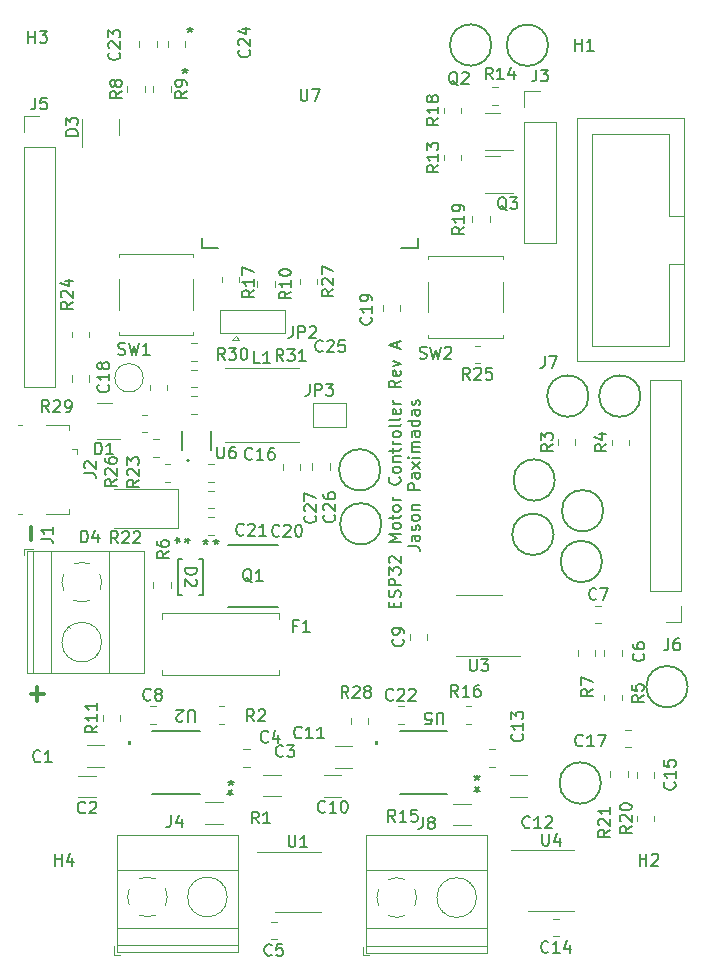
<source format=gto>
G04 #@! TF.GenerationSoftware,KiCad,Pcbnew,6.0.9-1.fc35*
G04 #@! TF.CreationDate,2023-07-15T13:58:04-04:00*
G04 #@! TF.ProjectId,esp32_example,65737033-325f-4657-9861-6d706c652e6b,rev?*
G04 #@! TF.SameCoordinates,Original*
G04 #@! TF.FileFunction,Legend,Top*
G04 #@! TF.FilePolarity,Positive*
%FSLAX46Y46*%
G04 Gerber Fmt 4.6, Leading zero omitted, Abs format (unit mm)*
G04 Created by KiCad (PCBNEW 6.0.9-1.fc35) date 2023-07-15 13:58:04*
%MOMM*%
%LPD*%
G01*
G04 APERTURE LIST*
%ADD10C,0.300000*%
%ADD11C,0.150000*%
%ADD12C,0.120000*%
%ADD13C,0.152400*%
G04 APERTURE END LIST*
D10*
X118667142Y-131211428D02*
X118667142Y-130068571D01*
X118668571Y-144227142D02*
X119811428Y-144227142D01*
X119240000Y-144798571D02*
X119240000Y-143655714D01*
D11*
X149463571Y-136870476D02*
X149463571Y-136537142D01*
X149987380Y-136394285D02*
X149987380Y-136870476D01*
X148987380Y-136870476D01*
X148987380Y-136394285D01*
X149939761Y-136013333D02*
X149987380Y-135870476D01*
X149987380Y-135632380D01*
X149939761Y-135537142D01*
X149892142Y-135489523D01*
X149796904Y-135441904D01*
X149701666Y-135441904D01*
X149606428Y-135489523D01*
X149558809Y-135537142D01*
X149511190Y-135632380D01*
X149463571Y-135822857D01*
X149415952Y-135918095D01*
X149368333Y-135965714D01*
X149273095Y-136013333D01*
X149177857Y-136013333D01*
X149082619Y-135965714D01*
X149035000Y-135918095D01*
X148987380Y-135822857D01*
X148987380Y-135584761D01*
X149035000Y-135441904D01*
X149987380Y-135013333D02*
X148987380Y-135013333D01*
X148987380Y-134632380D01*
X149035000Y-134537142D01*
X149082619Y-134489523D01*
X149177857Y-134441904D01*
X149320714Y-134441904D01*
X149415952Y-134489523D01*
X149463571Y-134537142D01*
X149511190Y-134632380D01*
X149511190Y-135013333D01*
X148987380Y-134108571D02*
X148987380Y-133489523D01*
X149368333Y-133822857D01*
X149368333Y-133680000D01*
X149415952Y-133584761D01*
X149463571Y-133537142D01*
X149558809Y-133489523D01*
X149796904Y-133489523D01*
X149892142Y-133537142D01*
X149939761Y-133584761D01*
X149987380Y-133680000D01*
X149987380Y-133965714D01*
X149939761Y-134060952D01*
X149892142Y-134108571D01*
X149082619Y-133108571D02*
X149035000Y-133060952D01*
X148987380Y-132965714D01*
X148987380Y-132727619D01*
X149035000Y-132632380D01*
X149082619Y-132584761D01*
X149177857Y-132537142D01*
X149273095Y-132537142D01*
X149415952Y-132584761D01*
X149987380Y-133156190D01*
X149987380Y-132537142D01*
X149987380Y-131346666D02*
X148987380Y-131346666D01*
X149701666Y-131013333D01*
X148987380Y-130680000D01*
X149987380Y-130680000D01*
X149987380Y-130060952D02*
X149939761Y-130156190D01*
X149892142Y-130203809D01*
X149796904Y-130251428D01*
X149511190Y-130251428D01*
X149415952Y-130203809D01*
X149368333Y-130156190D01*
X149320714Y-130060952D01*
X149320714Y-129918095D01*
X149368333Y-129822857D01*
X149415952Y-129775238D01*
X149511190Y-129727619D01*
X149796904Y-129727619D01*
X149892142Y-129775238D01*
X149939761Y-129822857D01*
X149987380Y-129918095D01*
X149987380Y-130060952D01*
X149320714Y-129441904D02*
X149320714Y-129060952D01*
X148987380Y-129299047D02*
X149844523Y-129299047D01*
X149939761Y-129251428D01*
X149987380Y-129156190D01*
X149987380Y-129060952D01*
X149987380Y-128584761D02*
X149939761Y-128680000D01*
X149892142Y-128727619D01*
X149796904Y-128775238D01*
X149511190Y-128775238D01*
X149415952Y-128727619D01*
X149368333Y-128680000D01*
X149320714Y-128584761D01*
X149320714Y-128441904D01*
X149368333Y-128346666D01*
X149415952Y-128299047D01*
X149511190Y-128251428D01*
X149796904Y-128251428D01*
X149892142Y-128299047D01*
X149939761Y-128346666D01*
X149987380Y-128441904D01*
X149987380Y-128584761D01*
X149987380Y-127822857D02*
X149320714Y-127822857D01*
X149511190Y-127822857D02*
X149415952Y-127775238D01*
X149368333Y-127727619D01*
X149320714Y-127632380D01*
X149320714Y-127537142D01*
X149892142Y-125870476D02*
X149939761Y-125918095D01*
X149987380Y-126060952D01*
X149987380Y-126156190D01*
X149939761Y-126299047D01*
X149844523Y-126394285D01*
X149749285Y-126441904D01*
X149558809Y-126489523D01*
X149415952Y-126489523D01*
X149225476Y-126441904D01*
X149130238Y-126394285D01*
X149035000Y-126299047D01*
X148987380Y-126156190D01*
X148987380Y-126060952D01*
X149035000Y-125918095D01*
X149082619Y-125870476D01*
X149987380Y-125299047D02*
X149939761Y-125394285D01*
X149892142Y-125441904D01*
X149796904Y-125489523D01*
X149511190Y-125489523D01*
X149415952Y-125441904D01*
X149368333Y-125394285D01*
X149320714Y-125299047D01*
X149320714Y-125156190D01*
X149368333Y-125060952D01*
X149415952Y-125013333D01*
X149511190Y-124965714D01*
X149796904Y-124965714D01*
X149892142Y-125013333D01*
X149939761Y-125060952D01*
X149987380Y-125156190D01*
X149987380Y-125299047D01*
X149320714Y-124537142D02*
X149987380Y-124537142D01*
X149415952Y-124537142D02*
X149368333Y-124489523D01*
X149320714Y-124394285D01*
X149320714Y-124251428D01*
X149368333Y-124156190D01*
X149463571Y-124108571D01*
X149987380Y-124108571D01*
X149320714Y-123775238D02*
X149320714Y-123394285D01*
X148987380Y-123632380D02*
X149844523Y-123632380D01*
X149939761Y-123584761D01*
X149987380Y-123489523D01*
X149987380Y-123394285D01*
X149987380Y-123060952D02*
X149320714Y-123060952D01*
X149511190Y-123060952D02*
X149415952Y-123013333D01*
X149368333Y-122965714D01*
X149320714Y-122870476D01*
X149320714Y-122775238D01*
X149987380Y-122299047D02*
X149939761Y-122394285D01*
X149892142Y-122441904D01*
X149796904Y-122489523D01*
X149511190Y-122489523D01*
X149415952Y-122441904D01*
X149368333Y-122394285D01*
X149320714Y-122299047D01*
X149320714Y-122156190D01*
X149368333Y-122060952D01*
X149415952Y-122013333D01*
X149511190Y-121965714D01*
X149796904Y-121965714D01*
X149892142Y-122013333D01*
X149939761Y-122060952D01*
X149987380Y-122156190D01*
X149987380Y-122299047D01*
X149987380Y-121394285D02*
X149939761Y-121489523D01*
X149844523Y-121537142D01*
X148987380Y-121537142D01*
X149987380Y-120870476D02*
X149939761Y-120965714D01*
X149844523Y-121013333D01*
X148987380Y-121013333D01*
X149939761Y-120108571D02*
X149987380Y-120203809D01*
X149987380Y-120394285D01*
X149939761Y-120489523D01*
X149844523Y-120537142D01*
X149463571Y-120537142D01*
X149368333Y-120489523D01*
X149320714Y-120394285D01*
X149320714Y-120203809D01*
X149368333Y-120108571D01*
X149463571Y-120060952D01*
X149558809Y-120060952D01*
X149654047Y-120537142D01*
X149987380Y-119632380D02*
X149320714Y-119632380D01*
X149511190Y-119632380D02*
X149415952Y-119584761D01*
X149368333Y-119537142D01*
X149320714Y-119441904D01*
X149320714Y-119346666D01*
X149987380Y-117680000D02*
X149511190Y-118013333D01*
X149987380Y-118251428D02*
X148987380Y-118251428D01*
X148987380Y-117870476D01*
X149035000Y-117775238D01*
X149082619Y-117727619D01*
X149177857Y-117680000D01*
X149320714Y-117680000D01*
X149415952Y-117727619D01*
X149463571Y-117775238D01*
X149511190Y-117870476D01*
X149511190Y-118251428D01*
X149939761Y-116870476D02*
X149987380Y-116965714D01*
X149987380Y-117156190D01*
X149939761Y-117251428D01*
X149844523Y-117299047D01*
X149463571Y-117299047D01*
X149368333Y-117251428D01*
X149320714Y-117156190D01*
X149320714Y-116965714D01*
X149368333Y-116870476D01*
X149463571Y-116822857D01*
X149558809Y-116822857D01*
X149654047Y-117299047D01*
X149320714Y-116489523D02*
X149987380Y-116251428D01*
X149320714Y-116013333D01*
X149701666Y-114918095D02*
X149701666Y-114441904D01*
X149987380Y-115013333D02*
X148987380Y-114680000D01*
X149987380Y-114346666D01*
X150597380Y-131703809D02*
X151311666Y-131703809D01*
X151454523Y-131751428D01*
X151549761Y-131846666D01*
X151597380Y-131989523D01*
X151597380Y-132084761D01*
X151597380Y-130799047D02*
X151073571Y-130799047D01*
X150978333Y-130846666D01*
X150930714Y-130941904D01*
X150930714Y-131132380D01*
X150978333Y-131227619D01*
X151549761Y-130799047D02*
X151597380Y-130894285D01*
X151597380Y-131132380D01*
X151549761Y-131227619D01*
X151454523Y-131275238D01*
X151359285Y-131275238D01*
X151264047Y-131227619D01*
X151216428Y-131132380D01*
X151216428Y-130894285D01*
X151168809Y-130799047D01*
X151549761Y-130370476D02*
X151597380Y-130275238D01*
X151597380Y-130084761D01*
X151549761Y-129989523D01*
X151454523Y-129941904D01*
X151406904Y-129941904D01*
X151311666Y-129989523D01*
X151264047Y-130084761D01*
X151264047Y-130227619D01*
X151216428Y-130322857D01*
X151121190Y-130370476D01*
X151073571Y-130370476D01*
X150978333Y-130322857D01*
X150930714Y-130227619D01*
X150930714Y-130084761D01*
X150978333Y-129989523D01*
X151597380Y-129370476D02*
X151549761Y-129465714D01*
X151502142Y-129513333D01*
X151406904Y-129560952D01*
X151121190Y-129560952D01*
X151025952Y-129513333D01*
X150978333Y-129465714D01*
X150930714Y-129370476D01*
X150930714Y-129227619D01*
X150978333Y-129132380D01*
X151025952Y-129084761D01*
X151121190Y-129037142D01*
X151406904Y-129037142D01*
X151502142Y-129084761D01*
X151549761Y-129132380D01*
X151597380Y-129227619D01*
X151597380Y-129370476D01*
X150930714Y-128608571D02*
X151597380Y-128608571D01*
X151025952Y-128608571D02*
X150978333Y-128560952D01*
X150930714Y-128465714D01*
X150930714Y-128322857D01*
X150978333Y-128227619D01*
X151073571Y-128180000D01*
X151597380Y-128180000D01*
X151597380Y-126941904D02*
X150597380Y-126941904D01*
X150597380Y-126560952D01*
X150645000Y-126465714D01*
X150692619Y-126418095D01*
X150787857Y-126370476D01*
X150930714Y-126370476D01*
X151025952Y-126418095D01*
X151073571Y-126465714D01*
X151121190Y-126560952D01*
X151121190Y-126941904D01*
X151597380Y-125513333D02*
X151073571Y-125513333D01*
X150978333Y-125560952D01*
X150930714Y-125656190D01*
X150930714Y-125846666D01*
X150978333Y-125941904D01*
X151549761Y-125513333D02*
X151597380Y-125608571D01*
X151597380Y-125846666D01*
X151549761Y-125941904D01*
X151454523Y-125989523D01*
X151359285Y-125989523D01*
X151264047Y-125941904D01*
X151216428Y-125846666D01*
X151216428Y-125608571D01*
X151168809Y-125513333D01*
X151597380Y-125132380D02*
X150930714Y-124608571D01*
X150930714Y-125132380D02*
X151597380Y-124608571D01*
X151597380Y-124227619D02*
X150930714Y-124227619D01*
X150597380Y-124227619D02*
X150645000Y-124275238D01*
X150692619Y-124227619D01*
X150645000Y-124180000D01*
X150597380Y-124227619D01*
X150692619Y-124227619D01*
X151597380Y-123751428D02*
X150930714Y-123751428D01*
X151025952Y-123751428D02*
X150978333Y-123703809D01*
X150930714Y-123608571D01*
X150930714Y-123465714D01*
X150978333Y-123370476D01*
X151073571Y-123322857D01*
X151597380Y-123322857D01*
X151073571Y-123322857D02*
X150978333Y-123275238D01*
X150930714Y-123180000D01*
X150930714Y-123037142D01*
X150978333Y-122941904D01*
X151073571Y-122894285D01*
X151597380Y-122894285D01*
X151597380Y-121989523D02*
X151073571Y-121989523D01*
X150978333Y-122037142D01*
X150930714Y-122132380D01*
X150930714Y-122322857D01*
X150978333Y-122418095D01*
X151549761Y-121989523D02*
X151597380Y-122084761D01*
X151597380Y-122322857D01*
X151549761Y-122418095D01*
X151454523Y-122465714D01*
X151359285Y-122465714D01*
X151264047Y-122418095D01*
X151216428Y-122322857D01*
X151216428Y-122084761D01*
X151168809Y-121989523D01*
X151597380Y-121084761D02*
X150597380Y-121084761D01*
X151549761Y-121084761D02*
X151597380Y-121180000D01*
X151597380Y-121370476D01*
X151549761Y-121465714D01*
X151502142Y-121513333D01*
X151406904Y-121560952D01*
X151121190Y-121560952D01*
X151025952Y-121513333D01*
X150978333Y-121465714D01*
X150930714Y-121370476D01*
X150930714Y-121180000D01*
X150978333Y-121084761D01*
X151597380Y-120180000D02*
X151073571Y-120180000D01*
X150978333Y-120227619D01*
X150930714Y-120322857D01*
X150930714Y-120513333D01*
X150978333Y-120608571D01*
X151549761Y-120180000D02*
X151597380Y-120275238D01*
X151597380Y-120513333D01*
X151549761Y-120608571D01*
X151454523Y-120656190D01*
X151359285Y-120656190D01*
X151264047Y-120608571D01*
X151216428Y-120513333D01*
X151216428Y-120275238D01*
X151168809Y-120180000D01*
X151549761Y-119751428D02*
X151597380Y-119656190D01*
X151597380Y-119465714D01*
X151549761Y-119370476D01*
X151454523Y-119322857D01*
X151406904Y-119322857D01*
X151311666Y-119370476D01*
X151264047Y-119465714D01*
X151264047Y-119608571D01*
X151216428Y-119703809D01*
X151121190Y-119751428D01*
X151073571Y-119751428D01*
X150978333Y-119703809D01*
X150930714Y-119608571D01*
X150930714Y-119465714D01*
X150978333Y-119370476D01*
X161988095Y-156052380D02*
X161988095Y-156861904D01*
X162035714Y-156957142D01*
X162083333Y-157004761D01*
X162178571Y-157052380D01*
X162369047Y-157052380D01*
X162464285Y-157004761D01*
X162511904Y-156957142D01*
X162559523Y-156861904D01*
X162559523Y-156052380D01*
X163464285Y-156385714D02*
X163464285Y-157052380D01*
X163226190Y-156004761D02*
X162988095Y-156719047D01*
X163607142Y-156719047D01*
X136707142Y-130707142D02*
X136659523Y-130754761D01*
X136516666Y-130802380D01*
X136421428Y-130802380D01*
X136278571Y-130754761D01*
X136183333Y-130659523D01*
X136135714Y-130564285D01*
X136088095Y-130373809D01*
X136088095Y-130230952D01*
X136135714Y-130040476D01*
X136183333Y-129945238D01*
X136278571Y-129850000D01*
X136421428Y-129802380D01*
X136516666Y-129802380D01*
X136659523Y-129850000D01*
X136707142Y-129897619D01*
X137088095Y-129897619D02*
X137135714Y-129850000D01*
X137230952Y-129802380D01*
X137469047Y-129802380D01*
X137564285Y-129850000D01*
X137611904Y-129897619D01*
X137659523Y-129992857D01*
X137659523Y-130088095D01*
X137611904Y-130230952D01*
X137040476Y-130802380D01*
X137659523Y-130802380D01*
X138611904Y-130802380D02*
X138040476Y-130802380D01*
X138326190Y-130802380D02*
X138326190Y-129802380D01*
X138230952Y-129945238D01*
X138135714Y-130040476D01*
X138040476Y-130088095D01*
X155857142Y-117602380D02*
X155523809Y-117126190D01*
X155285714Y-117602380D02*
X155285714Y-116602380D01*
X155666666Y-116602380D01*
X155761904Y-116650000D01*
X155809523Y-116697619D01*
X155857142Y-116792857D01*
X155857142Y-116935714D01*
X155809523Y-117030952D01*
X155761904Y-117078571D01*
X155666666Y-117126190D01*
X155285714Y-117126190D01*
X156238095Y-116697619D02*
X156285714Y-116650000D01*
X156380952Y-116602380D01*
X156619047Y-116602380D01*
X156714285Y-116650000D01*
X156761904Y-116697619D01*
X156809523Y-116792857D01*
X156809523Y-116888095D01*
X156761904Y-117030952D01*
X156190476Y-117602380D01*
X156809523Y-117602380D01*
X157714285Y-116602380D02*
X157238095Y-116602380D01*
X157190476Y-117078571D01*
X157238095Y-117030952D01*
X157333333Y-116983333D01*
X157571428Y-116983333D01*
X157666666Y-117030952D01*
X157714285Y-117078571D01*
X157761904Y-117173809D01*
X157761904Y-117411904D01*
X157714285Y-117507142D01*
X157666666Y-117554761D01*
X157571428Y-117602380D01*
X157333333Y-117602380D01*
X157238095Y-117554761D01*
X157190476Y-117507142D01*
X122936904Y-131377380D02*
X122936904Y-130377380D01*
X123175000Y-130377380D01*
X123317857Y-130425000D01*
X123413095Y-130520238D01*
X123460714Y-130615476D01*
X123508333Y-130805952D01*
X123508333Y-130948809D01*
X123460714Y-131139285D01*
X123413095Y-131234523D01*
X123317857Y-131329761D01*
X123175000Y-131377380D01*
X122936904Y-131377380D01*
X124365476Y-130710714D02*
X124365476Y-131377380D01*
X124127380Y-130329761D02*
X123889285Y-131044047D01*
X124508333Y-131044047D01*
X160282142Y-147617857D02*
X160329761Y-147665476D01*
X160377380Y-147808333D01*
X160377380Y-147903571D01*
X160329761Y-148046428D01*
X160234523Y-148141666D01*
X160139285Y-148189285D01*
X159948809Y-148236904D01*
X159805952Y-148236904D01*
X159615476Y-148189285D01*
X159520238Y-148141666D01*
X159425000Y-148046428D01*
X159377380Y-147903571D01*
X159377380Y-147808333D01*
X159425000Y-147665476D01*
X159472619Y-147617857D01*
X160377380Y-146665476D02*
X160377380Y-147236904D01*
X160377380Y-146951190D02*
X159377380Y-146951190D01*
X159520238Y-147046428D01*
X159615476Y-147141666D01*
X159663095Y-147236904D01*
X159377380Y-146332142D02*
X159377380Y-145713095D01*
X159758333Y-146046428D01*
X159758333Y-145903571D01*
X159805952Y-145808333D01*
X159853571Y-145760714D01*
X159948809Y-145713095D01*
X160186904Y-145713095D01*
X160282142Y-145760714D01*
X160329761Y-145808333D01*
X160377380Y-145903571D01*
X160377380Y-146189285D01*
X160329761Y-146284523D01*
X160282142Y-146332142D01*
X122652380Y-96938095D02*
X121652380Y-96938095D01*
X121652380Y-96700000D01*
X121700000Y-96557142D01*
X121795238Y-96461904D01*
X121890476Y-96414285D01*
X122080952Y-96366666D01*
X122223809Y-96366666D01*
X122414285Y-96414285D01*
X122509523Y-96461904D01*
X122604761Y-96557142D01*
X122652380Y-96700000D01*
X122652380Y-96938095D01*
X121652380Y-96033333D02*
X121652380Y-95414285D01*
X122033333Y-95747619D01*
X122033333Y-95604761D01*
X122080952Y-95509523D01*
X122128571Y-95461904D01*
X122223809Y-95414285D01*
X122461904Y-95414285D01*
X122557142Y-95461904D01*
X122604761Y-95509523D01*
X122652380Y-95604761D01*
X122652380Y-95890476D01*
X122604761Y-95985714D01*
X122557142Y-96033333D01*
X145582142Y-144552380D02*
X145248809Y-144076190D01*
X145010714Y-144552380D02*
X145010714Y-143552380D01*
X145391666Y-143552380D01*
X145486904Y-143600000D01*
X145534523Y-143647619D01*
X145582142Y-143742857D01*
X145582142Y-143885714D01*
X145534523Y-143980952D01*
X145486904Y-144028571D01*
X145391666Y-144076190D01*
X145010714Y-144076190D01*
X145963095Y-143647619D02*
X146010714Y-143600000D01*
X146105952Y-143552380D01*
X146344047Y-143552380D01*
X146439285Y-143600000D01*
X146486904Y-143647619D01*
X146534523Y-143742857D01*
X146534523Y-143838095D01*
X146486904Y-143980952D01*
X145915476Y-144552380D01*
X146534523Y-144552380D01*
X147105952Y-143980952D02*
X147010714Y-143933333D01*
X146963095Y-143885714D01*
X146915476Y-143790476D01*
X146915476Y-143742857D01*
X146963095Y-143647619D01*
X147010714Y-143600000D01*
X147105952Y-143552380D01*
X147296428Y-143552380D01*
X147391666Y-143600000D01*
X147439285Y-143647619D01*
X147486904Y-143742857D01*
X147486904Y-143790476D01*
X147439285Y-143885714D01*
X147391666Y-143933333D01*
X147296428Y-143980952D01*
X147105952Y-143980952D01*
X147010714Y-144028571D01*
X146963095Y-144076190D01*
X146915476Y-144171428D01*
X146915476Y-144361904D01*
X146963095Y-144457142D01*
X147010714Y-144504761D01*
X147105952Y-144552380D01*
X147296428Y-144552380D01*
X147391666Y-144504761D01*
X147439285Y-144457142D01*
X147486904Y-144361904D01*
X147486904Y-144171428D01*
X147439285Y-144076190D01*
X147391666Y-144028571D01*
X147296428Y-143980952D01*
X157782142Y-92177380D02*
X157448809Y-91701190D01*
X157210714Y-92177380D02*
X157210714Y-91177380D01*
X157591666Y-91177380D01*
X157686904Y-91225000D01*
X157734523Y-91272619D01*
X157782142Y-91367857D01*
X157782142Y-91510714D01*
X157734523Y-91605952D01*
X157686904Y-91653571D01*
X157591666Y-91701190D01*
X157210714Y-91701190D01*
X158734523Y-92177380D02*
X158163095Y-92177380D01*
X158448809Y-92177380D02*
X158448809Y-91177380D01*
X158353571Y-91320238D01*
X158258333Y-91415476D01*
X158163095Y-91463095D01*
X159591666Y-91510714D02*
X159591666Y-92177380D01*
X159353571Y-91129761D02*
X159115476Y-91844047D01*
X159734523Y-91844047D01*
X153202380Y-95442857D02*
X152726190Y-95776190D01*
X153202380Y-96014285D02*
X152202380Y-96014285D01*
X152202380Y-95633333D01*
X152250000Y-95538095D01*
X152297619Y-95490476D01*
X152392857Y-95442857D01*
X152535714Y-95442857D01*
X152630952Y-95490476D01*
X152678571Y-95538095D01*
X152726190Y-95633333D01*
X152726190Y-96014285D01*
X153202380Y-94490476D02*
X153202380Y-95061904D01*
X153202380Y-94776190D02*
X152202380Y-94776190D01*
X152345238Y-94871428D01*
X152440476Y-94966666D01*
X152488095Y-95061904D01*
X152630952Y-93919047D02*
X152583333Y-94014285D01*
X152535714Y-94061904D01*
X152440476Y-94109523D01*
X152392857Y-94109523D01*
X152297619Y-94061904D01*
X152250000Y-94014285D01*
X152202380Y-93919047D01*
X152202380Y-93728571D01*
X152250000Y-93633333D01*
X152297619Y-93585714D01*
X152392857Y-93538095D01*
X152440476Y-93538095D01*
X152535714Y-93585714D01*
X152583333Y-93633333D01*
X152630952Y-93728571D01*
X152630952Y-93919047D01*
X152678571Y-94014285D01*
X152726190Y-94061904D01*
X152821428Y-94109523D01*
X153011904Y-94109523D01*
X153107142Y-94061904D01*
X153154761Y-94014285D01*
X153202380Y-93919047D01*
X153202380Y-93728571D01*
X153154761Y-93633333D01*
X153107142Y-93585714D01*
X153011904Y-93538095D01*
X152821428Y-93538095D01*
X152726190Y-93585714D01*
X152678571Y-93633333D01*
X152630952Y-93728571D01*
X149357142Y-144677142D02*
X149309523Y-144724761D01*
X149166666Y-144772380D01*
X149071428Y-144772380D01*
X148928571Y-144724761D01*
X148833333Y-144629523D01*
X148785714Y-144534285D01*
X148738095Y-144343809D01*
X148738095Y-144200952D01*
X148785714Y-144010476D01*
X148833333Y-143915238D01*
X148928571Y-143820000D01*
X149071428Y-143772380D01*
X149166666Y-143772380D01*
X149309523Y-143820000D01*
X149357142Y-143867619D01*
X149738095Y-143867619D02*
X149785714Y-143820000D01*
X149880952Y-143772380D01*
X150119047Y-143772380D01*
X150214285Y-143820000D01*
X150261904Y-143867619D01*
X150309523Y-143962857D01*
X150309523Y-144058095D01*
X150261904Y-144200952D01*
X149690476Y-144772380D01*
X150309523Y-144772380D01*
X150690476Y-143867619D02*
X150738095Y-143820000D01*
X150833333Y-143772380D01*
X151071428Y-143772380D01*
X151166666Y-143820000D01*
X151214285Y-143867619D01*
X151261904Y-143962857D01*
X151261904Y-144058095D01*
X151214285Y-144200952D01*
X150642857Y-144772380D01*
X151261904Y-144772380D01*
X147482142Y-112317857D02*
X147529761Y-112365476D01*
X147577380Y-112508333D01*
X147577380Y-112603571D01*
X147529761Y-112746428D01*
X147434523Y-112841666D01*
X147339285Y-112889285D01*
X147148809Y-112936904D01*
X147005952Y-112936904D01*
X146815476Y-112889285D01*
X146720238Y-112841666D01*
X146625000Y-112746428D01*
X146577380Y-112603571D01*
X146577380Y-112508333D01*
X146625000Y-112365476D01*
X146672619Y-112317857D01*
X147577380Y-111365476D02*
X147577380Y-111936904D01*
X147577380Y-111651190D02*
X146577380Y-111651190D01*
X146720238Y-111746428D01*
X146815476Y-111841666D01*
X146863095Y-111936904D01*
X147577380Y-110889285D02*
X147577380Y-110698809D01*
X147529761Y-110603571D01*
X147482142Y-110555952D01*
X147339285Y-110460714D01*
X147148809Y-110413095D01*
X146767857Y-110413095D01*
X146672619Y-110460714D01*
X146625000Y-110508333D01*
X146577380Y-110603571D01*
X146577380Y-110794047D01*
X146625000Y-110889285D01*
X146672619Y-110936904D01*
X146767857Y-110984523D01*
X147005952Y-110984523D01*
X147101190Y-110936904D01*
X147148809Y-110889285D01*
X147196428Y-110794047D01*
X147196428Y-110603571D01*
X147148809Y-110508333D01*
X147101190Y-110460714D01*
X147005952Y-110413095D01*
X140067142Y-116022380D02*
X139733809Y-115546190D01*
X139495714Y-116022380D02*
X139495714Y-115022380D01*
X139876666Y-115022380D01*
X139971904Y-115070000D01*
X140019523Y-115117619D01*
X140067142Y-115212857D01*
X140067142Y-115355714D01*
X140019523Y-115450952D01*
X139971904Y-115498571D01*
X139876666Y-115546190D01*
X139495714Y-115546190D01*
X140400476Y-115022380D02*
X141019523Y-115022380D01*
X140686190Y-115403333D01*
X140829047Y-115403333D01*
X140924285Y-115450952D01*
X140971904Y-115498571D01*
X141019523Y-115593809D01*
X141019523Y-115831904D01*
X140971904Y-115927142D01*
X140924285Y-115974761D01*
X140829047Y-116022380D01*
X140543333Y-116022380D01*
X140448095Y-115974761D01*
X140400476Y-115927142D01*
X141971904Y-116022380D02*
X141400476Y-116022380D01*
X141686190Y-116022380D02*
X141686190Y-115022380D01*
X141590952Y-115165238D01*
X141495714Y-115260476D01*
X141400476Y-115308095D01*
X126057142Y-131452380D02*
X125723809Y-130976190D01*
X125485714Y-131452380D02*
X125485714Y-130452380D01*
X125866666Y-130452380D01*
X125961904Y-130500000D01*
X126009523Y-130547619D01*
X126057142Y-130642857D01*
X126057142Y-130785714D01*
X126009523Y-130880952D01*
X125961904Y-130928571D01*
X125866666Y-130976190D01*
X125485714Y-130976190D01*
X126438095Y-130547619D02*
X126485714Y-130500000D01*
X126580952Y-130452380D01*
X126819047Y-130452380D01*
X126914285Y-130500000D01*
X126961904Y-130547619D01*
X127009523Y-130642857D01*
X127009523Y-130738095D01*
X126961904Y-130880952D01*
X126390476Y-131452380D01*
X127009523Y-131452380D01*
X127390476Y-130547619D02*
X127438095Y-130500000D01*
X127533333Y-130452380D01*
X127771428Y-130452380D01*
X127866666Y-130500000D01*
X127914285Y-130547619D01*
X127961904Y-130642857D01*
X127961904Y-130738095D01*
X127914285Y-130880952D01*
X127342857Y-131452380D01*
X127961904Y-131452380D01*
X167422380Y-123076666D02*
X166946190Y-123410000D01*
X167422380Y-123648095D02*
X166422380Y-123648095D01*
X166422380Y-123267142D01*
X166470000Y-123171904D01*
X166517619Y-123124285D01*
X166612857Y-123076666D01*
X166755714Y-123076666D01*
X166850952Y-123124285D01*
X166898571Y-123171904D01*
X166946190Y-123267142D01*
X166946190Y-123648095D01*
X166755714Y-122219523D02*
X167422380Y-122219523D01*
X166374761Y-122457619D02*
X167089047Y-122695714D01*
X167089047Y-122076666D01*
X155377380Y-104692857D02*
X154901190Y-105026190D01*
X155377380Y-105264285D02*
X154377380Y-105264285D01*
X154377380Y-104883333D01*
X154425000Y-104788095D01*
X154472619Y-104740476D01*
X154567857Y-104692857D01*
X154710714Y-104692857D01*
X154805952Y-104740476D01*
X154853571Y-104788095D01*
X154901190Y-104883333D01*
X154901190Y-105264285D01*
X155377380Y-103740476D02*
X155377380Y-104311904D01*
X155377380Y-104026190D02*
X154377380Y-104026190D01*
X154520238Y-104121428D01*
X154615476Y-104216666D01*
X154663095Y-104311904D01*
X155377380Y-103264285D02*
X155377380Y-103073809D01*
X155329761Y-102978571D01*
X155282142Y-102930952D01*
X155139285Y-102835714D01*
X154948809Y-102788095D01*
X154567857Y-102788095D01*
X154472619Y-102835714D01*
X154425000Y-102883333D01*
X154377380Y-102978571D01*
X154377380Y-103169047D01*
X154425000Y-103264285D01*
X154472619Y-103311904D01*
X154567857Y-103359523D01*
X154805952Y-103359523D01*
X154901190Y-103311904D01*
X154948809Y-103264285D01*
X154996428Y-103169047D01*
X154996428Y-102978571D01*
X154948809Y-102883333D01*
X154901190Y-102835714D01*
X154805952Y-102788095D01*
X139732142Y-130807142D02*
X139684523Y-130854761D01*
X139541666Y-130902380D01*
X139446428Y-130902380D01*
X139303571Y-130854761D01*
X139208333Y-130759523D01*
X139160714Y-130664285D01*
X139113095Y-130473809D01*
X139113095Y-130330952D01*
X139160714Y-130140476D01*
X139208333Y-130045238D01*
X139303571Y-129950000D01*
X139446428Y-129902380D01*
X139541666Y-129902380D01*
X139684523Y-129950000D01*
X139732142Y-129997619D01*
X140113095Y-129997619D02*
X140160714Y-129950000D01*
X140255952Y-129902380D01*
X140494047Y-129902380D01*
X140589285Y-129950000D01*
X140636904Y-129997619D01*
X140684523Y-130092857D01*
X140684523Y-130188095D01*
X140636904Y-130330952D01*
X140065476Y-130902380D01*
X140684523Y-130902380D01*
X141303571Y-129902380D02*
X141398809Y-129902380D01*
X141494047Y-129950000D01*
X141541666Y-129997619D01*
X141589285Y-130092857D01*
X141636904Y-130283333D01*
X141636904Y-130521428D01*
X141589285Y-130711904D01*
X141541666Y-130807142D01*
X141494047Y-130854761D01*
X141398809Y-130902380D01*
X141303571Y-130902380D01*
X141208333Y-130854761D01*
X141160714Y-130807142D01*
X141113095Y-130711904D01*
X141065476Y-130521428D01*
X141065476Y-130283333D01*
X141113095Y-130092857D01*
X141160714Y-129997619D01*
X141208333Y-129950000D01*
X141303571Y-129902380D01*
X119066666Y-93722380D02*
X119066666Y-94436666D01*
X119019047Y-94579523D01*
X118923809Y-94674761D01*
X118780952Y-94722380D01*
X118685714Y-94722380D01*
X120019047Y-93722380D02*
X119542857Y-93722380D01*
X119495238Y-94198571D01*
X119542857Y-94150952D01*
X119638095Y-94103333D01*
X119876190Y-94103333D01*
X119971428Y-94150952D01*
X120019047Y-94198571D01*
X120066666Y-94293809D01*
X120066666Y-94531904D01*
X120019047Y-94627142D01*
X119971428Y-94674761D01*
X119876190Y-94722380D01*
X119638095Y-94722380D01*
X119542857Y-94674761D01*
X119495238Y-94627142D01*
X162507142Y-166037142D02*
X162459523Y-166084761D01*
X162316666Y-166132380D01*
X162221428Y-166132380D01*
X162078571Y-166084761D01*
X161983333Y-165989523D01*
X161935714Y-165894285D01*
X161888095Y-165703809D01*
X161888095Y-165560952D01*
X161935714Y-165370476D01*
X161983333Y-165275238D01*
X162078571Y-165180000D01*
X162221428Y-165132380D01*
X162316666Y-165132380D01*
X162459523Y-165180000D01*
X162507142Y-165227619D01*
X163459523Y-166132380D02*
X162888095Y-166132380D01*
X163173809Y-166132380D02*
X163173809Y-165132380D01*
X163078571Y-165275238D01*
X162983333Y-165370476D01*
X162888095Y-165418095D01*
X164316666Y-165465714D02*
X164316666Y-166132380D01*
X164078571Y-165084761D02*
X163840476Y-165799047D01*
X164459523Y-165799047D01*
X166267380Y-143806666D02*
X165791190Y-144140000D01*
X166267380Y-144378095D02*
X165267380Y-144378095D01*
X165267380Y-143997142D01*
X165315000Y-143901904D01*
X165362619Y-143854285D01*
X165457857Y-143806666D01*
X165600714Y-143806666D01*
X165695952Y-143854285D01*
X165743571Y-143901904D01*
X165791190Y-143997142D01*
X165791190Y-144378095D01*
X165267380Y-143473333D02*
X165267380Y-142806666D01*
X166267380Y-143235238D01*
X165407142Y-148567142D02*
X165359523Y-148614761D01*
X165216666Y-148662380D01*
X165121428Y-148662380D01*
X164978571Y-148614761D01*
X164883333Y-148519523D01*
X164835714Y-148424285D01*
X164788095Y-148233809D01*
X164788095Y-148090952D01*
X164835714Y-147900476D01*
X164883333Y-147805238D01*
X164978571Y-147710000D01*
X165121428Y-147662380D01*
X165216666Y-147662380D01*
X165359523Y-147710000D01*
X165407142Y-147757619D01*
X166359523Y-148662380D02*
X165788095Y-148662380D01*
X166073809Y-148662380D02*
X166073809Y-147662380D01*
X165978571Y-147805238D01*
X165883333Y-147900476D01*
X165788095Y-147948095D01*
X166692857Y-147662380D02*
X167359523Y-147662380D01*
X166930952Y-148662380D01*
X128833333Y-144677142D02*
X128785714Y-144724761D01*
X128642857Y-144772380D01*
X128547619Y-144772380D01*
X128404761Y-144724761D01*
X128309523Y-144629523D01*
X128261904Y-144534285D01*
X128214285Y-144343809D01*
X128214285Y-144200952D01*
X128261904Y-144010476D01*
X128309523Y-143915238D01*
X128404761Y-143820000D01*
X128547619Y-143772380D01*
X128642857Y-143772380D01*
X128785714Y-143820000D01*
X128833333Y-143867619D01*
X129404761Y-144200952D02*
X129309523Y-144153333D01*
X129261904Y-144105714D01*
X129214285Y-144010476D01*
X129214285Y-143962857D01*
X129261904Y-143867619D01*
X129309523Y-143820000D01*
X129404761Y-143772380D01*
X129595238Y-143772380D01*
X129690476Y-143820000D01*
X129738095Y-143867619D01*
X129785714Y-143962857D01*
X129785714Y-144010476D01*
X129738095Y-144105714D01*
X129690476Y-144153333D01*
X129595238Y-144200952D01*
X129404761Y-144200952D01*
X129309523Y-144248571D01*
X129261904Y-144296190D01*
X129214285Y-144391428D01*
X129214285Y-144581904D01*
X129261904Y-144677142D01*
X129309523Y-144724761D01*
X129404761Y-144772380D01*
X129595238Y-144772380D01*
X129690476Y-144724761D01*
X129738095Y-144677142D01*
X129785714Y-144581904D01*
X129785714Y-144391428D01*
X129738095Y-144296190D01*
X129690476Y-144248571D01*
X129595238Y-144200952D01*
X126402380Y-93166666D02*
X125926190Y-93500000D01*
X126402380Y-93738095D02*
X125402380Y-93738095D01*
X125402380Y-93357142D01*
X125450000Y-93261904D01*
X125497619Y-93214285D01*
X125592857Y-93166666D01*
X125735714Y-93166666D01*
X125830952Y-93214285D01*
X125878571Y-93261904D01*
X125926190Y-93357142D01*
X125926190Y-93738095D01*
X125830952Y-92595238D02*
X125783333Y-92690476D01*
X125735714Y-92738095D01*
X125640476Y-92785714D01*
X125592857Y-92785714D01*
X125497619Y-92738095D01*
X125450000Y-92690476D01*
X125402380Y-92595238D01*
X125402380Y-92404761D01*
X125450000Y-92309523D01*
X125497619Y-92261904D01*
X125592857Y-92214285D01*
X125640476Y-92214285D01*
X125735714Y-92261904D01*
X125783333Y-92309523D01*
X125830952Y-92404761D01*
X125830952Y-92595238D01*
X125878571Y-92690476D01*
X125926190Y-92738095D01*
X126021428Y-92785714D01*
X126211904Y-92785714D01*
X126307142Y-92738095D01*
X126354761Y-92690476D01*
X126402380Y-92595238D01*
X126402380Y-92404761D01*
X126354761Y-92309523D01*
X126307142Y-92261904D01*
X126211904Y-92214285D01*
X126021428Y-92214285D01*
X125926190Y-92261904D01*
X125878571Y-92309523D01*
X125830952Y-92404761D01*
X140513095Y-156167380D02*
X140513095Y-156976904D01*
X140560714Y-157072142D01*
X140608333Y-157119761D01*
X140703571Y-157167380D01*
X140894047Y-157167380D01*
X140989285Y-157119761D01*
X141036904Y-157072142D01*
X141084523Y-156976904D01*
X141084523Y-156167380D01*
X142084523Y-157167380D02*
X141513095Y-157167380D01*
X141798809Y-157167380D02*
X141798809Y-156167380D01*
X141703571Y-156310238D01*
X141608333Y-156405476D01*
X141513095Y-156453095D01*
X131747619Y-133561904D02*
X132747619Y-133561904D01*
X132747619Y-133800000D01*
X132700000Y-133942857D01*
X132604761Y-134038095D01*
X132509523Y-134085714D01*
X132319047Y-134133333D01*
X132176190Y-134133333D01*
X131985714Y-134085714D01*
X131890476Y-134038095D01*
X131795238Y-133942857D01*
X131747619Y-133800000D01*
X131747619Y-133561904D01*
X132652380Y-134514285D02*
X132700000Y-134561904D01*
X132747619Y-134657142D01*
X132747619Y-134895238D01*
X132700000Y-134990476D01*
X132652380Y-135038095D01*
X132557142Y-135085714D01*
X132461904Y-135085714D01*
X132319047Y-135038095D01*
X131747619Y-134466666D01*
X131747619Y-135085714D01*
X130882380Y-131190000D02*
X131120476Y-131190000D01*
X131025238Y-131428095D02*
X131120476Y-131190000D01*
X131025238Y-130951904D01*
X131310952Y-131332857D02*
X131120476Y-131190000D01*
X131310952Y-131047142D01*
X132177619Y-131210000D02*
X131939523Y-131210000D01*
X132034761Y-130971904D02*
X131939523Y-131210000D01*
X132034761Y-131448095D01*
X131749047Y-131067142D02*
X131939523Y-131210000D01*
X131749047Y-131352857D01*
X141538095Y-93002380D02*
X141538095Y-93811904D01*
X141585714Y-93907142D01*
X141633333Y-93954761D01*
X141728571Y-94002380D01*
X141919047Y-94002380D01*
X142014285Y-93954761D01*
X142061904Y-93907142D01*
X142109523Y-93811904D01*
X142109523Y-93002380D01*
X142490476Y-93002380D02*
X143157142Y-93002380D01*
X142728571Y-94002380D01*
X131725000Y-91202380D02*
X131725000Y-91440476D01*
X131486904Y-91345238D02*
X131725000Y-91440476D01*
X131963095Y-91345238D01*
X131582142Y-91630952D02*
X131725000Y-91440476D01*
X131867857Y-91630952D01*
X132165700Y-87742380D02*
X132165700Y-87980476D01*
X131927604Y-87885238D02*
X132165700Y-87980476D01*
X132403795Y-87885238D01*
X132022842Y-88170952D02*
X132165700Y-87980476D01*
X132308557Y-88170952D01*
X119503333Y-149887142D02*
X119455714Y-149934761D01*
X119312857Y-149982380D01*
X119217619Y-149982380D01*
X119074761Y-149934761D01*
X118979523Y-149839523D01*
X118931904Y-149744285D01*
X118884285Y-149553809D01*
X118884285Y-149410952D01*
X118931904Y-149220476D01*
X118979523Y-149125238D01*
X119074761Y-149030000D01*
X119217619Y-148982380D01*
X119312857Y-148982380D01*
X119455714Y-149030000D01*
X119503333Y-149077619D01*
X120455714Y-149982380D02*
X119884285Y-149982380D01*
X120170000Y-149982380D02*
X120170000Y-148982380D01*
X120074761Y-149125238D01*
X119979523Y-149220476D01*
X119884285Y-149268095D01*
X131902380Y-93166666D02*
X131426190Y-93500000D01*
X131902380Y-93738095D02*
X130902380Y-93738095D01*
X130902380Y-93357142D01*
X130950000Y-93261904D01*
X130997619Y-93214285D01*
X131092857Y-93166666D01*
X131235714Y-93166666D01*
X131330952Y-93214285D01*
X131378571Y-93261904D01*
X131426190Y-93357142D01*
X131426190Y-93738095D01*
X131902380Y-92690476D02*
X131902380Y-92500000D01*
X131854761Y-92404761D01*
X131807142Y-92357142D01*
X131664285Y-92261904D01*
X131473809Y-92214285D01*
X131092857Y-92214285D01*
X130997619Y-92261904D01*
X130950000Y-92309523D01*
X130902380Y-92404761D01*
X130902380Y-92595238D01*
X130950000Y-92690476D01*
X130997619Y-92738095D01*
X131092857Y-92785714D01*
X131330952Y-92785714D01*
X131426190Y-92738095D01*
X131473809Y-92690476D01*
X131521428Y-92595238D01*
X131521428Y-92404761D01*
X131473809Y-92309523D01*
X131426190Y-92261904D01*
X131330952Y-92214285D01*
X142286666Y-117952380D02*
X142286666Y-118666666D01*
X142239047Y-118809523D01*
X142143809Y-118904761D01*
X142000952Y-118952380D01*
X141905714Y-118952380D01*
X142762857Y-118952380D02*
X142762857Y-117952380D01*
X143143809Y-117952380D01*
X143239047Y-118000000D01*
X143286666Y-118047619D01*
X143334285Y-118142857D01*
X143334285Y-118285714D01*
X143286666Y-118380952D01*
X143239047Y-118428571D01*
X143143809Y-118476190D01*
X142762857Y-118476190D01*
X143667619Y-117952380D02*
X144286666Y-117952380D01*
X143953333Y-118333333D01*
X144096190Y-118333333D01*
X144191428Y-118380952D01*
X144239047Y-118428571D01*
X144286666Y-118523809D01*
X144286666Y-118761904D01*
X144239047Y-118857142D01*
X144191428Y-118904761D01*
X144096190Y-118952380D01*
X143810476Y-118952380D01*
X143715238Y-118904761D01*
X143667619Y-118857142D01*
X137432142Y-124282142D02*
X137384523Y-124329761D01*
X137241666Y-124377380D01*
X137146428Y-124377380D01*
X137003571Y-124329761D01*
X136908333Y-124234523D01*
X136860714Y-124139285D01*
X136813095Y-123948809D01*
X136813095Y-123805952D01*
X136860714Y-123615476D01*
X136908333Y-123520238D01*
X137003571Y-123425000D01*
X137146428Y-123377380D01*
X137241666Y-123377380D01*
X137384523Y-123425000D01*
X137432142Y-123472619D01*
X138384523Y-124377380D02*
X137813095Y-124377380D01*
X138098809Y-124377380D02*
X138098809Y-123377380D01*
X138003571Y-123520238D01*
X137908333Y-123615476D01*
X137813095Y-123663095D01*
X139241666Y-123377380D02*
X139051190Y-123377380D01*
X138955952Y-123425000D01*
X138908333Y-123472619D01*
X138813095Y-123615476D01*
X138765476Y-123805952D01*
X138765476Y-124186904D01*
X138813095Y-124282142D01*
X138860714Y-124329761D01*
X138955952Y-124377380D01*
X139146428Y-124377380D01*
X139241666Y-124329761D01*
X139289285Y-124282142D01*
X139336904Y-124186904D01*
X139336904Y-123948809D01*
X139289285Y-123853571D01*
X139241666Y-123805952D01*
X139146428Y-123758333D01*
X138955952Y-123758333D01*
X138860714Y-123805952D01*
X138813095Y-123853571D01*
X138765476Y-123948809D01*
X140043333Y-149457142D02*
X139995714Y-149504761D01*
X139852857Y-149552380D01*
X139757619Y-149552380D01*
X139614761Y-149504761D01*
X139519523Y-149409523D01*
X139471904Y-149314285D01*
X139424285Y-149123809D01*
X139424285Y-148980952D01*
X139471904Y-148790476D01*
X139519523Y-148695238D01*
X139614761Y-148600000D01*
X139757619Y-148552380D01*
X139852857Y-148552380D01*
X139995714Y-148600000D01*
X140043333Y-148647619D01*
X140376666Y-148552380D02*
X140995714Y-148552380D01*
X140662380Y-148933333D01*
X140805238Y-148933333D01*
X140900476Y-148980952D01*
X140948095Y-149028571D01*
X140995714Y-149123809D01*
X140995714Y-149361904D01*
X140948095Y-149457142D01*
X140900476Y-149504761D01*
X140805238Y-149552380D01*
X140519523Y-149552380D01*
X140424285Y-149504761D01*
X140376666Y-149457142D01*
X161466666Y-91352380D02*
X161466666Y-92066666D01*
X161419047Y-92209523D01*
X161323809Y-92304761D01*
X161180952Y-92352380D01*
X161085714Y-92352380D01*
X161847619Y-91352380D02*
X162466666Y-91352380D01*
X162133333Y-91733333D01*
X162276190Y-91733333D01*
X162371428Y-91780952D01*
X162419047Y-91828571D01*
X162466666Y-91923809D01*
X162466666Y-92161904D01*
X162419047Y-92257142D01*
X162371428Y-92304761D01*
X162276190Y-92352380D01*
X161990476Y-92352380D01*
X161895238Y-92304761D01*
X161847619Y-92257142D01*
X150192142Y-139571666D02*
X150239761Y-139619285D01*
X150287380Y-139762142D01*
X150287380Y-139857380D01*
X150239761Y-140000238D01*
X150144523Y-140095476D01*
X150049285Y-140143095D01*
X149858809Y-140190714D01*
X149715952Y-140190714D01*
X149525476Y-140143095D01*
X149430238Y-140095476D01*
X149335000Y-140000238D01*
X149287380Y-139857380D01*
X149287380Y-139762142D01*
X149335000Y-139619285D01*
X149382619Y-139571666D01*
X150287380Y-139095476D02*
X150287380Y-138905000D01*
X150239761Y-138809761D01*
X150192142Y-138762142D01*
X150049285Y-138666904D01*
X149858809Y-138619285D01*
X149477857Y-138619285D01*
X149382619Y-138666904D01*
X149335000Y-138714523D01*
X149287380Y-138809761D01*
X149287380Y-139000238D01*
X149335000Y-139095476D01*
X149382619Y-139143095D01*
X149477857Y-139190714D01*
X149715952Y-139190714D01*
X149811190Y-139143095D01*
X149858809Y-139095476D01*
X149906428Y-139000238D01*
X149906428Y-138809761D01*
X149858809Y-138714523D01*
X149811190Y-138666904D01*
X149715952Y-138619285D01*
X137404761Y-134747619D02*
X137309523Y-134700000D01*
X137214285Y-134604761D01*
X137071428Y-134461904D01*
X136976190Y-134414285D01*
X136880952Y-134414285D01*
X136928571Y-134652380D02*
X136833333Y-134604761D01*
X136738095Y-134509523D01*
X136690476Y-134319047D01*
X136690476Y-133985714D01*
X136738095Y-133795238D01*
X136833333Y-133700000D01*
X136928571Y-133652380D01*
X137119047Y-133652380D01*
X137214285Y-133700000D01*
X137309523Y-133795238D01*
X137357142Y-133985714D01*
X137357142Y-134319047D01*
X137309523Y-134509523D01*
X137214285Y-134604761D01*
X137119047Y-134652380D01*
X136928571Y-134652380D01*
X138309523Y-134652380D02*
X137738095Y-134652380D01*
X138023809Y-134652380D02*
X138023809Y-133652380D01*
X137928571Y-133795238D01*
X137833333Y-133890476D01*
X137738095Y-133938095D01*
X133480000Y-131122380D02*
X133480000Y-131360476D01*
X133241904Y-131265238D02*
X133480000Y-131360476D01*
X133718095Y-131265238D01*
X133337142Y-131550952D02*
X133480000Y-131360476D01*
X133622857Y-131550952D01*
X134390000Y-131112380D02*
X134390000Y-131350476D01*
X134151904Y-131255238D02*
X134390000Y-131350476D01*
X134628095Y-131255238D01*
X134247142Y-131540952D02*
X134390000Y-131350476D01*
X134532857Y-131540952D01*
X137983333Y-155177380D02*
X137650000Y-154701190D01*
X137411904Y-155177380D02*
X137411904Y-154177380D01*
X137792857Y-154177380D01*
X137888095Y-154225000D01*
X137935714Y-154272619D01*
X137983333Y-154367857D01*
X137983333Y-154510714D01*
X137935714Y-154605952D01*
X137888095Y-154653571D01*
X137792857Y-154701190D01*
X137411904Y-154701190D01*
X138935714Y-155177380D02*
X138364285Y-155177380D01*
X138650000Y-155177380D02*
X138650000Y-154177380D01*
X138554761Y-154320238D01*
X138459523Y-154415476D01*
X138364285Y-154463095D01*
X141607142Y-147882142D02*
X141559523Y-147929761D01*
X141416666Y-147977380D01*
X141321428Y-147977380D01*
X141178571Y-147929761D01*
X141083333Y-147834523D01*
X141035714Y-147739285D01*
X140988095Y-147548809D01*
X140988095Y-147405952D01*
X141035714Y-147215476D01*
X141083333Y-147120238D01*
X141178571Y-147025000D01*
X141321428Y-146977380D01*
X141416666Y-146977380D01*
X141559523Y-147025000D01*
X141607142Y-147072619D01*
X142559523Y-147977380D02*
X141988095Y-147977380D01*
X142273809Y-147977380D02*
X142273809Y-146977380D01*
X142178571Y-147120238D01*
X142083333Y-147215476D01*
X141988095Y-147263095D01*
X143511904Y-147977380D02*
X142940476Y-147977380D01*
X143226190Y-147977380D02*
X143226190Y-146977380D01*
X143130952Y-147120238D01*
X143035714Y-147215476D01*
X142940476Y-147263095D01*
X160932142Y-155482142D02*
X160884523Y-155529761D01*
X160741666Y-155577380D01*
X160646428Y-155577380D01*
X160503571Y-155529761D01*
X160408333Y-155434523D01*
X160360714Y-155339285D01*
X160313095Y-155148809D01*
X160313095Y-155005952D01*
X160360714Y-154815476D01*
X160408333Y-154720238D01*
X160503571Y-154625000D01*
X160646428Y-154577380D01*
X160741666Y-154577380D01*
X160884523Y-154625000D01*
X160932142Y-154672619D01*
X161884523Y-155577380D02*
X161313095Y-155577380D01*
X161598809Y-155577380D02*
X161598809Y-154577380D01*
X161503571Y-154720238D01*
X161408333Y-154815476D01*
X161313095Y-154863095D01*
X162265476Y-154672619D02*
X162313095Y-154625000D01*
X162408333Y-154577380D01*
X162646428Y-154577380D01*
X162741666Y-154625000D01*
X162789285Y-154672619D01*
X162836904Y-154767857D01*
X162836904Y-154863095D01*
X162789285Y-155005952D01*
X162217857Y-155577380D01*
X162836904Y-155577380D01*
X170547142Y-140806666D02*
X170594761Y-140854285D01*
X170642380Y-140997142D01*
X170642380Y-141092380D01*
X170594761Y-141235238D01*
X170499523Y-141330476D01*
X170404285Y-141378095D01*
X170213809Y-141425714D01*
X170070952Y-141425714D01*
X169880476Y-141378095D01*
X169785238Y-141330476D01*
X169690000Y-141235238D01*
X169642380Y-141092380D01*
X169642380Y-140997142D01*
X169690000Y-140854285D01*
X169737619Y-140806666D01*
X169642380Y-139949523D02*
X169642380Y-140140000D01*
X169690000Y-140235238D01*
X169737619Y-140282857D01*
X169880476Y-140378095D01*
X170070952Y-140425714D01*
X170451904Y-140425714D01*
X170547142Y-140378095D01*
X170594761Y-140330476D01*
X170642380Y-140235238D01*
X170642380Y-140044761D01*
X170594761Y-139949523D01*
X170547142Y-139901904D01*
X170451904Y-139854285D01*
X170213809Y-139854285D01*
X170118571Y-139901904D01*
X170070952Y-139949523D01*
X170023333Y-140044761D01*
X170023333Y-140235238D01*
X170070952Y-140330476D01*
X170118571Y-140378095D01*
X170213809Y-140425714D01*
X135107142Y-115922380D02*
X134773809Y-115446190D01*
X134535714Y-115922380D02*
X134535714Y-114922380D01*
X134916666Y-114922380D01*
X135011904Y-114970000D01*
X135059523Y-115017619D01*
X135107142Y-115112857D01*
X135107142Y-115255714D01*
X135059523Y-115350952D01*
X135011904Y-115398571D01*
X134916666Y-115446190D01*
X134535714Y-115446190D01*
X135440476Y-114922380D02*
X136059523Y-114922380D01*
X135726190Y-115303333D01*
X135869047Y-115303333D01*
X135964285Y-115350952D01*
X136011904Y-115398571D01*
X136059523Y-115493809D01*
X136059523Y-115731904D01*
X136011904Y-115827142D01*
X135964285Y-115874761D01*
X135869047Y-115922380D01*
X135583333Y-115922380D01*
X135488095Y-115874761D01*
X135440476Y-115827142D01*
X136678571Y-114922380D02*
X136773809Y-114922380D01*
X136869047Y-114970000D01*
X136916666Y-115017619D01*
X136964285Y-115112857D01*
X137011904Y-115303333D01*
X137011904Y-115541428D01*
X136964285Y-115731904D01*
X136916666Y-115827142D01*
X136869047Y-115874761D01*
X136773809Y-115922380D01*
X136678571Y-115922380D01*
X136583333Y-115874761D01*
X136535714Y-115827142D01*
X136488095Y-115731904D01*
X136440476Y-115541428D01*
X136440476Y-115303333D01*
X136488095Y-115112857D01*
X136535714Y-115017619D01*
X136583333Y-114970000D01*
X136678571Y-114922380D01*
X139083333Y-166287142D02*
X139035714Y-166334761D01*
X138892857Y-166382380D01*
X138797619Y-166382380D01*
X138654761Y-166334761D01*
X138559523Y-166239523D01*
X138511904Y-166144285D01*
X138464285Y-165953809D01*
X138464285Y-165810952D01*
X138511904Y-165620476D01*
X138559523Y-165525238D01*
X138654761Y-165430000D01*
X138797619Y-165382380D01*
X138892857Y-165382380D01*
X139035714Y-165430000D01*
X139083333Y-165477619D01*
X139988095Y-165382380D02*
X139511904Y-165382380D01*
X139464285Y-165858571D01*
X139511904Y-165810952D01*
X139607142Y-165763333D01*
X139845238Y-165763333D01*
X139940476Y-165810952D01*
X139988095Y-165858571D01*
X140035714Y-165953809D01*
X140035714Y-166191904D01*
X139988095Y-166287142D01*
X139940476Y-166334761D01*
X139845238Y-166382380D01*
X139607142Y-166382380D01*
X139511904Y-166334761D01*
X139464285Y-166287142D01*
X162857380Y-123061666D02*
X162381190Y-123395000D01*
X162857380Y-123633095D02*
X161857380Y-123633095D01*
X161857380Y-123252142D01*
X161905000Y-123156904D01*
X161952619Y-123109285D01*
X162047857Y-123061666D01*
X162190714Y-123061666D01*
X162285952Y-123109285D01*
X162333571Y-123156904D01*
X162381190Y-123252142D01*
X162381190Y-123633095D01*
X161857380Y-122728333D02*
X161857380Y-122109285D01*
X162238333Y-122442619D01*
X162238333Y-122299761D01*
X162285952Y-122204523D01*
X162333571Y-122156904D01*
X162428809Y-122109285D01*
X162666904Y-122109285D01*
X162762142Y-122156904D01*
X162809761Y-122204523D01*
X162857380Y-122299761D01*
X162857380Y-122585476D01*
X162809761Y-122680714D01*
X162762142Y-122728333D01*
X132571904Y-146547619D02*
X132571904Y-145738095D01*
X132524285Y-145642857D01*
X132476666Y-145595238D01*
X132381428Y-145547619D01*
X132190952Y-145547619D01*
X132095714Y-145595238D01*
X132048095Y-145642857D01*
X132000476Y-145738095D01*
X132000476Y-146547619D01*
X131571904Y-146452380D02*
X131524285Y-146500000D01*
X131429047Y-146547619D01*
X131190952Y-146547619D01*
X131095714Y-146500000D01*
X131048095Y-146452380D01*
X131000476Y-146357142D01*
X131000476Y-146261904D01*
X131048095Y-146119047D01*
X131619523Y-145547619D01*
X131000476Y-145547619D01*
X135575000Y-152797619D02*
X135575000Y-152559523D01*
X135813095Y-152654761D02*
X135575000Y-152559523D01*
X135336904Y-152654761D01*
X135717857Y-152369047D02*
X135575000Y-152559523D01*
X135432142Y-152369047D01*
X135625000Y-151502380D02*
X135625000Y-151740476D01*
X135386904Y-151645238D02*
X135625000Y-151740476D01*
X135863095Y-151645238D01*
X135482142Y-151930952D02*
X135625000Y-151740476D01*
X135767857Y-151930952D01*
X137157142Y-89692857D02*
X137204761Y-89740476D01*
X137252380Y-89883333D01*
X137252380Y-89978571D01*
X137204761Y-90121428D01*
X137109523Y-90216666D01*
X137014285Y-90264285D01*
X136823809Y-90311904D01*
X136680952Y-90311904D01*
X136490476Y-90264285D01*
X136395238Y-90216666D01*
X136300000Y-90121428D01*
X136252380Y-89978571D01*
X136252380Y-89883333D01*
X136300000Y-89740476D01*
X136347619Y-89692857D01*
X136347619Y-89311904D02*
X136300000Y-89264285D01*
X136252380Y-89169047D01*
X136252380Y-88930952D01*
X136300000Y-88835714D01*
X136347619Y-88788095D01*
X136442857Y-88740476D01*
X136538095Y-88740476D01*
X136680952Y-88788095D01*
X137252380Y-89359523D01*
X137252380Y-88740476D01*
X136585714Y-87883333D02*
X137252380Y-87883333D01*
X136204761Y-88121428D02*
X136919047Y-88359523D01*
X136919047Y-87740476D01*
X166573333Y-136167142D02*
X166525714Y-136214761D01*
X166382857Y-136262380D01*
X166287619Y-136262380D01*
X166144761Y-136214761D01*
X166049523Y-136119523D01*
X166001904Y-136024285D01*
X165954285Y-135833809D01*
X165954285Y-135690952D01*
X166001904Y-135500476D01*
X166049523Y-135405238D01*
X166144761Y-135310000D01*
X166287619Y-135262380D01*
X166382857Y-135262380D01*
X166525714Y-135310000D01*
X166573333Y-135357619D01*
X166906666Y-135262380D02*
X167573333Y-135262380D01*
X167144761Y-136262380D01*
X140866666Y-113082380D02*
X140866666Y-113796666D01*
X140819047Y-113939523D01*
X140723809Y-114034761D01*
X140580952Y-114082380D01*
X140485714Y-114082380D01*
X141342857Y-114082380D02*
X141342857Y-113082380D01*
X141723809Y-113082380D01*
X141819047Y-113130000D01*
X141866666Y-113177619D01*
X141914285Y-113272857D01*
X141914285Y-113415714D01*
X141866666Y-113510952D01*
X141819047Y-113558571D01*
X141723809Y-113606190D01*
X141342857Y-113606190D01*
X142295238Y-113177619D02*
X142342857Y-113130000D01*
X142438095Y-113082380D01*
X142676190Y-113082380D01*
X142771428Y-113130000D01*
X142819047Y-113177619D01*
X142866666Y-113272857D01*
X142866666Y-113368095D01*
X142819047Y-113510952D01*
X142247619Y-114082380D01*
X142866666Y-114082380D01*
X124141904Y-123932380D02*
X124141904Y-122932380D01*
X124380000Y-122932380D01*
X124522857Y-122980000D01*
X124618095Y-123075238D01*
X124665714Y-123170476D01*
X124713333Y-123360952D01*
X124713333Y-123503809D01*
X124665714Y-123694285D01*
X124618095Y-123789523D01*
X124522857Y-123884761D01*
X124380000Y-123932380D01*
X124141904Y-123932380D01*
X125665714Y-123932380D02*
X125094285Y-123932380D01*
X125380000Y-123932380D02*
X125380000Y-122932380D01*
X125284761Y-123075238D01*
X125189523Y-123170476D01*
X125094285Y-123218095D01*
X134463095Y-123277380D02*
X134463095Y-124086904D01*
X134510714Y-124182142D01*
X134558333Y-124229761D01*
X134653571Y-124277380D01*
X134844047Y-124277380D01*
X134939285Y-124229761D01*
X134986904Y-124182142D01*
X135034523Y-124086904D01*
X135034523Y-123277380D01*
X135939285Y-123277380D02*
X135748809Y-123277380D01*
X135653571Y-123325000D01*
X135605952Y-123372619D01*
X135510714Y-123515476D01*
X135463095Y-123705952D01*
X135463095Y-124086904D01*
X135510714Y-124182142D01*
X135558333Y-124229761D01*
X135653571Y-124277380D01*
X135844047Y-124277380D01*
X135939285Y-124229761D01*
X135986904Y-124182142D01*
X136034523Y-124086904D01*
X136034523Y-123848809D01*
X135986904Y-123753571D01*
X135939285Y-123705952D01*
X135844047Y-123658333D01*
X135653571Y-123658333D01*
X135558333Y-123705952D01*
X135510714Y-123753571D01*
X135463095Y-123848809D01*
X153202380Y-99442857D02*
X152726190Y-99776190D01*
X153202380Y-100014285D02*
X152202380Y-100014285D01*
X152202380Y-99633333D01*
X152250000Y-99538095D01*
X152297619Y-99490476D01*
X152392857Y-99442857D01*
X152535714Y-99442857D01*
X152630952Y-99490476D01*
X152678571Y-99538095D01*
X152726190Y-99633333D01*
X152726190Y-100014285D01*
X153202380Y-98490476D02*
X153202380Y-99061904D01*
X153202380Y-98776190D02*
X152202380Y-98776190D01*
X152345238Y-98871428D01*
X152440476Y-98966666D01*
X152488095Y-99061904D01*
X152202380Y-98157142D02*
X152202380Y-97538095D01*
X152583333Y-97871428D01*
X152583333Y-97728571D01*
X152630952Y-97633333D01*
X152678571Y-97585714D01*
X152773809Y-97538095D01*
X153011904Y-97538095D01*
X153107142Y-97585714D01*
X153154761Y-97633333D01*
X153202380Y-97728571D01*
X153202380Y-98014285D01*
X153154761Y-98109523D01*
X153107142Y-98157142D01*
X158979761Y-103247619D02*
X158884523Y-103200000D01*
X158789285Y-103104761D01*
X158646428Y-102961904D01*
X158551190Y-102914285D01*
X158455952Y-102914285D01*
X158503571Y-103152380D02*
X158408333Y-103104761D01*
X158313095Y-103009523D01*
X158265476Y-102819047D01*
X158265476Y-102485714D01*
X158313095Y-102295238D01*
X158408333Y-102200000D01*
X158503571Y-102152380D01*
X158694047Y-102152380D01*
X158789285Y-102200000D01*
X158884523Y-102295238D01*
X158932142Y-102485714D01*
X158932142Y-102819047D01*
X158884523Y-103009523D01*
X158789285Y-103104761D01*
X158694047Y-103152380D01*
X158503571Y-103152380D01*
X159265476Y-102152380D02*
X159884523Y-102152380D01*
X159551190Y-102533333D01*
X159694047Y-102533333D01*
X159789285Y-102580952D01*
X159836904Y-102628571D01*
X159884523Y-102723809D01*
X159884523Y-102961904D01*
X159836904Y-103057142D01*
X159789285Y-103104761D01*
X159694047Y-103152380D01*
X159408333Y-103152380D01*
X159313095Y-103104761D01*
X159265476Y-103057142D01*
X120738095Y-158752380D02*
X120738095Y-157752380D01*
X120738095Y-158228571D02*
X121309523Y-158228571D01*
X121309523Y-158752380D02*
X121309523Y-157752380D01*
X122214285Y-158085714D02*
X122214285Y-158752380D01*
X121976190Y-157704761D02*
X121738095Y-158419047D01*
X122357142Y-158419047D01*
X143397142Y-115157142D02*
X143349523Y-115204761D01*
X143206666Y-115252380D01*
X143111428Y-115252380D01*
X142968571Y-115204761D01*
X142873333Y-115109523D01*
X142825714Y-115014285D01*
X142778095Y-114823809D01*
X142778095Y-114680952D01*
X142825714Y-114490476D01*
X142873333Y-114395238D01*
X142968571Y-114300000D01*
X143111428Y-114252380D01*
X143206666Y-114252380D01*
X143349523Y-114300000D01*
X143397142Y-114347619D01*
X143778095Y-114347619D02*
X143825714Y-114300000D01*
X143920952Y-114252380D01*
X144159047Y-114252380D01*
X144254285Y-114300000D01*
X144301904Y-114347619D01*
X144349523Y-114442857D01*
X144349523Y-114538095D01*
X144301904Y-114680952D01*
X143730476Y-115252380D01*
X144349523Y-115252380D01*
X145254285Y-114252380D02*
X144778095Y-114252380D01*
X144730476Y-114728571D01*
X144778095Y-114680952D01*
X144873333Y-114633333D01*
X145111428Y-114633333D01*
X145206666Y-114680952D01*
X145254285Y-114728571D01*
X145301904Y-114823809D01*
X145301904Y-115061904D01*
X145254285Y-115157142D01*
X145206666Y-115204761D01*
X145111428Y-115252380D01*
X144873333Y-115252380D01*
X144778095Y-115204761D01*
X144730476Y-115157142D01*
X120227142Y-120352380D02*
X119893809Y-119876190D01*
X119655714Y-120352380D02*
X119655714Y-119352380D01*
X120036666Y-119352380D01*
X120131904Y-119400000D01*
X120179523Y-119447619D01*
X120227142Y-119542857D01*
X120227142Y-119685714D01*
X120179523Y-119780952D01*
X120131904Y-119828571D01*
X120036666Y-119876190D01*
X119655714Y-119876190D01*
X120608095Y-119447619D02*
X120655714Y-119400000D01*
X120750952Y-119352380D01*
X120989047Y-119352380D01*
X121084285Y-119400000D01*
X121131904Y-119447619D01*
X121179523Y-119542857D01*
X121179523Y-119638095D01*
X121131904Y-119780952D01*
X120560476Y-120352380D01*
X121179523Y-120352380D01*
X121655714Y-120352380D02*
X121846190Y-120352380D01*
X121941428Y-120304761D01*
X121989047Y-120257142D01*
X122084285Y-120114285D01*
X122131904Y-119923809D01*
X122131904Y-119542857D01*
X122084285Y-119447619D01*
X122036666Y-119400000D01*
X121941428Y-119352380D01*
X121750952Y-119352380D01*
X121655714Y-119400000D01*
X121608095Y-119447619D01*
X121560476Y-119542857D01*
X121560476Y-119780952D01*
X121608095Y-119876190D01*
X121655714Y-119923809D01*
X121750952Y-119971428D01*
X121941428Y-119971428D01*
X122036666Y-119923809D01*
X122084285Y-119876190D01*
X122131904Y-119780952D01*
X130541666Y-154502380D02*
X130541666Y-155216666D01*
X130494047Y-155359523D01*
X130398809Y-155454761D01*
X130255952Y-155502380D01*
X130160714Y-155502380D01*
X131446428Y-154835714D02*
X131446428Y-155502380D01*
X131208333Y-154454761D02*
X130970238Y-155169047D01*
X131589285Y-155169047D01*
X172656666Y-139512380D02*
X172656666Y-140226666D01*
X172609047Y-140369523D01*
X172513809Y-140464761D01*
X172370952Y-140512380D01*
X172275714Y-140512380D01*
X173561428Y-139512380D02*
X173370952Y-139512380D01*
X173275714Y-139560000D01*
X173228095Y-139607619D01*
X173132857Y-139750476D01*
X173085238Y-139940952D01*
X173085238Y-140321904D01*
X173132857Y-140417142D01*
X173180476Y-140464761D01*
X173275714Y-140512380D01*
X173466190Y-140512380D01*
X173561428Y-140464761D01*
X173609047Y-140417142D01*
X173656666Y-140321904D01*
X173656666Y-140083809D01*
X173609047Y-139988571D01*
X173561428Y-139940952D01*
X173466190Y-139893333D01*
X173275714Y-139893333D01*
X173180476Y-139940952D01*
X173132857Y-139988571D01*
X173085238Y-140083809D01*
X123202380Y-125533333D02*
X123916666Y-125533333D01*
X124059523Y-125580952D01*
X124154761Y-125676190D01*
X124202380Y-125819047D01*
X124202380Y-125914285D01*
X123297619Y-125104761D02*
X123250000Y-125057142D01*
X123202380Y-124961904D01*
X123202380Y-124723809D01*
X123250000Y-124628571D01*
X123297619Y-124580952D01*
X123392857Y-124533333D01*
X123488095Y-124533333D01*
X123630952Y-124580952D01*
X124202380Y-125152380D01*
X124202380Y-124533333D01*
X138083333Y-116202380D02*
X137607142Y-116202380D01*
X137607142Y-115202380D01*
X138940476Y-116202380D02*
X138369047Y-116202380D01*
X138654761Y-116202380D02*
X138654761Y-115202380D01*
X138559523Y-115345238D01*
X138464285Y-115440476D01*
X138369047Y-115488095D01*
X149532142Y-155027380D02*
X149198809Y-154551190D01*
X148960714Y-155027380D02*
X148960714Y-154027380D01*
X149341666Y-154027380D01*
X149436904Y-154075000D01*
X149484523Y-154122619D01*
X149532142Y-154217857D01*
X149532142Y-154360714D01*
X149484523Y-154455952D01*
X149436904Y-154503571D01*
X149341666Y-154551190D01*
X148960714Y-154551190D01*
X150484523Y-155027380D02*
X149913095Y-155027380D01*
X150198809Y-155027380D02*
X150198809Y-154027380D01*
X150103571Y-154170238D01*
X150008333Y-154265476D01*
X149913095Y-154313095D01*
X151389285Y-154027380D02*
X150913095Y-154027380D01*
X150865476Y-154503571D01*
X150913095Y-154455952D01*
X151008333Y-154408333D01*
X151246428Y-154408333D01*
X151341666Y-154455952D01*
X151389285Y-154503571D01*
X151436904Y-154598809D01*
X151436904Y-154836904D01*
X151389285Y-154932142D01*
X151341666Y-154979761D01*
X151246428Y-155027380D01*
X151008333Y-155027380D01*
X150913095Y-154979761D01*
X150865476Y-154932142D01*
X169552380Y-155392857D02*
X169076190Y-155726190D01*
X169552380Y-155964285D02*
X168552380Y-155964285D01*
X168552380Y-155583333D01*
X168600000Y-155488095D01*
X168647619Y-155440476D01*
X168742857Y-155392857D01*
X168885714Y-155392857D01*
X168980952Y-155440476D01*
X169028571Y-155488095D01*
X169076190Y-155583333D01*
X169076190Y-155964285D01*
X168647619Y-155011904D02*
X168600000Y-154964285D01*
X168552380Y-154869047D01*
X168552380Y-154630952D01*
X168600000Y-154535714D01*
X168647619Y-154488095D01*
X168742857Y-154440476D01*
X168838095Y-154440476D01*
X168980952Y-154488095D01*
X169552380Y-155059523D01*
X169552380Y-154440476D01*
X168552380Y-153821428D02*
X168552380Y-153726190D01*
X168600000Y-153630952D01*
X168647619Y-153583333D01*
X168742857Y-153535714D01*
X168933333Y-153488095D01*
X169171428Y-153488095D01*
X169361904Y-153535714D01*
X169457142Y-153583333D01*
X169504761Y-153630952D01*
X169552380Y-153726190D01*
X169552380Y-153821428D01*
X169504761Y-153916666D01*
X169457142Y-153964285D01*
X169361904Y-154011904D01*
X169171428Y-154059523D01*
X168933333Y-154059523D01*
X168742857Y-154011904D01*
X168647619Y-153964285D01*
X168600000Y-153916666D01*
X168552380Y-153821428D01*
X125227142Y-118042857D02*
X125274761Y-118090476D01*
X125322380Y-118233333D01*
X125322380Y-118328571D01*
X125274761Y-118471428D01*
X125179523Y-118566666D01*
X125084285Y-118614285D01*
X124893809Y-118661904D01*
X124750952Y-118661904D01*
X124560476Y-118614285D01*
X124465238Y-118566666D01*
X124370000Y-118471428D01*
X124322380Y-118328571D01*
X124322380Y-118233333D01*
X124370000Y-118090476D01*
X124417619Y-118042857D01*
X125322380Y-117090476D02*
X125322380Y-117661904D01*
X125322380Y-117376190D02*
X124322380Y-117376190D01*
X124465238Y-117471428D01*
X124560476Y-117566666D01*
X124608095Y-117661904D01*
X124750952Y-116519047D02*
X124703333Y-116614285D01*
X124655714Y-116661904D01*
X124560476Y-116709523D01*
X124512857Y-116709523D01*
X124417619Y-116661904D01*
X124370000Y-116614285D01*
X124322380Y-116519047D01*
X124322380Y-116328571D01*
X124370000Y-116233333D01*
X124417619Y-116185714D01*
X124512857Y-116138095D01*
X124560476Y-116138095D01*
X124655714Y-116185714D01*
X124703333Y-116233333D01*
X124750952Y-116328571D01*
X124750952Y-116519047D01*
X124798571Y-116614285D01*
X124846190Y-116661904D01*
X124941428Y-116709523D01*
X125131904Y-116709523D01*
X125227142Y-116661904D01*
X125274761Y-116614285D01*
X125322380Y-116519047D01*
X125322380Y-116328571D01*
X125274761Y-116233333D01*
X125227142Y-116185714D01*
X125131904Y-116138095D01*
X124941428Y-116138095D01*
X124846190Y-116185714D01*
X124798571Y-116233333D01*
X124750952Y-116328571D01*
X144302380Y-109962857D02*
X143826190Y-110296190D01*
X144302380Y-110534285D02*
X143302380Y-110534285D01*
X143302380Y-110153333D01*
X143350000Y-110058095D01*
X143397619Y-110010476D01*
X143492857Y-109962857D01*
X143635714Y-109962857D01*
X143730952Y-110010476D01*
X143778571Y-110058095D01*
X143826190Y-110153333D01*
X143826190Y-110534285D01*
X143397619Y-109581904D02*
X143350000Y-109534285D01*
X143302380Y-109439047D01*
X143302380Y-109200952D01*
X143350000Y-109105714D01*
X143397619Y-109058095D01*
X143492857Y-109010476D01*
X143588095Y-109010476D01*
X143730952Y-109058095D01*
X144302380Y-109629523D01*
X144302380Y-109010476D01*
X143302380Y-108677142D02*
X143302380Y-108010476D01*
X144302380Y-108439047D01*
X153611904Y-146797619D02*
X153611904Y-145988095D01*
X153564285Y-145892857D01*
X153516666Y-145845238D01*
X153421428Y-145797619D01*
X153230952Y-145797619D01*
X153135714Y-145845238D01*
X153088095Y-145892857D01*
X153040476Y-145988095D01*
X153040476Y-146797619D01*
X152088095Y-146797619D02*
X152564285Y-146797619D01*
X152611904Y-146321428D01*
X152564285Y-146369047D01*
X152469047Y-146416666D01*
X152230952Y-146416666D01*
X152135714Y-146369047D01*
X152088095Y-146321428D01*
X152040476Y-146226190D01*
X152040476Y-145988095D01*
X152088095Y-145892857D01*
X152135714Y-145845238D01*
X152230952Y-145797619D01*
X152469047Y-145797619D01*
X152564285Y-145845238D01*
X152611904Y-145892857D01*
X156450000Y-152547619D02*
X156450000Y-152309523D01*
X156688095Y-152404761D02*
X156450000Y-152309523D01*
X156211904Y-152404761D01*
X156592857Y-152119047D02*
X156450000Y-152309523D01*
X156307142Y-152119047D01*
X156475000Y-151052380D02*
X156475000Y-151290476D01*
X156236904Y-151195238D02*
X156475000Y-151290476D01*
X156713095Y-151195238D01*
X156332142Y-151480952D02*
X156475000Y-151290476D01*
X156617857Y-151480952D01*
X130352380Y-132141666D02*
X129876190Y-132475000D01*
X130352380Y-132713095D02*
X129352380Y-132713095D01*
X129352380Y-132332142D01*
X129400000Y-132236904D01*
X129447619Y-132189285D01*
X129542857Y-132141666D01*
X129685714Y-132141666D01*
X129780952Y-132189285D01*
X129828571Y-132236904D01*
X129876190Y-132332142D01*
X129876190Y-132713095D01*
X129352380Y-131284523D02*
X129352380Y-131475000D01*
X129400000Y-131570238D01*
X129447619Y-131617857D01*
X129590476Y-131713095D01*
X129780952Y-131760714D01*
X130161904Y-131760714D01*
X130257142Y-131713095D01*
X130304761Y-131665476D01*
X130352380Y-131570238D01*
X130352380Y-131379761D01*
X130304761Y-131284523D01*
X130257142Y-131236904D01*
X130161904Y-131189285D01*
X129923809Y-131189285D01*
X129828571Y-131236904D01*
X129780952Y-131284523D01*
X129733333Y-131379761D01*
X129733333Y-131570238D01*
X129780952Y-131665476D01*
X129828571Y-131713095D01*
X129923809Y-131760714D01*
X143594642Y-154177142D02*
X143547023Y-154224761D01*
X143404166Y-154272380D01*
X143308928Y-154272380D01*
X143166071Y-154224761D01*
X143070833Y-154129523D01*
X143023214Y-154034285D01*
X142975595Y-153843809D01*
X142975595Y-153700952D01*
X143023214Y-153510476D01*
X143070833Y-153415238D01*
X143166071Y-153320000D01*
X143308928Y-153272380D01*
X143404166Y-153272380D01*
X143547023Y-153320000D01*
X143594642Y-153367619D01*
X144547023Y-154272380D02*
X143975595Y-154272380D01*
X144261309Y-154272380D02*
X144261309Y-153272380D01*
X144166071Y-153415238D01*
X144070833Y-153510476D01*
X143975595Y-153558095D01*
X145166071Y-153272380D02*
X145261309Y-153272380D01*
X145356547Y-153320000D01*
X145404166Y-153367619D01*
X145451785Y-153462857D01*
X145499404Y-153653333D01*
X145499404Y-153891428D01*
X145451785Y-154081904D01*
X145404166Y-154177142D01*
X145356547Y-154224761D01*
X145261309Y-154272380D01*
X145166071Y-154272380D01*
X145070833Y-154224761D01*
X145023214Y-154177142D01*
X144975595Y-154081904D01*
X144927976Y-153891428D01*
X144927976Y-153653333D01*
X144975595Y-153462857D01*
X145023214Y-153367619D01*
X145070833Y-153320000D01*
X145166071Y-153272380D01*
X151616666Y-115779761D02*
X151759523Y-115827380D01*
X151997619Y-115827380D01*
X152092857Y-115779761D01*
X152140476Y-115732142D01*
X152188095Y-115636904D01*
X152188095Y-115541666D01*
X152140476Y-115446428D01*
X152092857Y-115398809D01*
X151997619Y-115351190D01*
X151807142Y-115303571D01*
X151711904Y-115255952D01*
X151664285Y-115208333D01*
X151616666Y-115113095D01*
X151616666Y-115017857D01*
X151664285Y-114922619D01*
X151711904Y-114875000D01*
X151807142Y-114827380D01*
X152045238Y-114827380D01*
X152188095Y-114875000D01*
X152521428Y-114827380D02*
X152759523Y-115827380D01*
X152950000Y-115113095D01*
X153140476Y-115827380D01*
X153378571Y-114827380D01*
X153711904Y-114922619D02*
X153759523Y-114875000D01*
X153854761Y-114827380D01*
X154092857Y-114827380D01*
X154188095Y-114875000D01*
X154235714Y-114922619D01*
X154283333Y-115017857D01*
X154283333Y-115113095D01*
X154235714Y-115255952D01*
X153664285Y-115827380D01*
X154283333Y-115827380D01*
X170238095Y-158752380D02*
X170238095Y-157752380D01*
X170238095Y-158228571D02*
X170809523Y-158228571D01*
X170809523Y-158752380D02*
X170809523Y-157752380D01*
X171238095Y-157847619D02*
X171285714Y-157800000D01*
X171380952Y-157752380D01*
X171619047Y-157752380D01*
X171714285Y-157800000D01*
X171761904Y-157847619D01*
X171809523Y-157942857D01*
X171809523Y-158038095D01*
X171761904Y-158180952D01*
X171190476Y-158752380D01*
X171809523Y-158752380D01*
X126157142Y-89917857D02*
X126204761Y-89965476D01*
X126252380Y-90108333D01*
X126252380Y-90203571D01*
X126204761Y-90346428D01*
X126109523Y-90441666D01*
X126014285Y-90489285D01*
X125823809Y-90536904D01*
X125680952Y-90536904D01*
X125490476Y-90489285D01*
X125395238Y-90441666D01*
X125300000Y-90346428D01*
X125252380Y-90203571D01*
X125252380Y-90108333D01*
X125300000Y-89965476D01*
X125347619Y-89917857D01*
X125347619Y-89536904D02*
X125300000Y-89489285D01*
X125252380Y-89394047D01*
X125252380Y-89155952D01*
X125300000Y-89060714D01*
X125347619Y-89013095D01*
X125442857Y-88965476D01*
X125538095Y-88965476D01*
X125680952Y-89013095D01*
X126252380Y-89584523D01*
X126252380Y-88965476D01*
X125252380Y-88632142D02*
X125252380Y-88013095D01*
X125633333Y-88346428D01*
X125633333Y-88203571D01*
X125680952Y-88108333D01*
X125728571Y-88060714D01*
X125823809Y-88013095D01*
X126061904Y-88013095D01*
X126157142Y-88060714D01*
X126204761Y-88108333D01*
X126252380Y-88203571D01*
X126252380Y-88489285D01*
X126204761Y-88584523D01*
X126157142Y-88632142D01*
X123283333Y-154227142D02*
X123235714Y-154274761D01*
X123092857Y-154322380D01*
X122997619Y-154322380D01*
X122854761Y-154274761D01*
X122759523Y-154179523D01*
X122711904Y-154084285D01*
X122664285Y-153893809D01*
X122664285Y-153750952D01*
X122711904Y-153560476D01*
X122759523Y-153465238D01*
X122854761Y-153370000D01*
X122997619Y-153322380D01*
X123092857Y-153322380D01*
X123235714Y-153370000D01*
X123283333Y-153417619D01*
X123664285Y-153417619D02*
X123711904Y-153370000D01*
X123807142Y-153322380D01*
X124045238Y-153322380D01*
X124140476Y-153370000D01*
X124188095Y-153417619D01*
X124235714Y-153512857D01*
X124235714Y-153608095D01*
X124188095Y-153750952D01*
X123616666Y-154322380D01*
X124235714Y-154322380D01*
X122222380Y-111022857D02*
X121746190Y-111356190D01*
X122222380Y-111594285D02*
X121222380Y-111594285D01*
X121222380Y-111213333D01*
X121270000Y-111118095D01*
X121317619Y-111070476D01*
X121412857Y-111022857D01*
X121555714Y-111022857D01*
X121650952Y-111070476D01*
X121698571Y-111118095D01*
X121746190Y-111213333D01*
X121746190Y-111594285D01*
X121317619Y-110641904D02*
X121270000Y-110594285D01*
X121222380Y-110499047D01*
X121222380Y-110260952D01*
X121270000Y-110165714D01*
X121317619Y-110118095D01*
X121412857Y-110070476D01*
X121508095Y-110070476D01*
X121650952Y-110118095D01*
X122222380Y-110689523D01*
X122222380Y-110070476D01*
X121555714Y-109213333D02*
X122222380Y-109213333D01*
X121174761Y-109451428D02*
X121889047Y-109689523D01*
X121889047Y-109070476D01*
X142747142Y-129122857D02*
X142794761Y-129170476D01*
X142842380Y-129313333D01*
X142842380Y-129408571D01*
X142794761Y-129551428D01*
X142699523Y-129646666D01*
X142604285Y-129694285D01*
X142413809Y-129741904D01*
X142270952Y-129741904D01*
X142080476Y-129694285D01*
X141985238Y-129646666D01*
X141890000Y-129551428D01*
X141842380Y-129408571D01*
X141842380Y-129313333D01*
X141890000Y-129170476D01*
X141937619Y-129122857D01*
X141937619Y-128741904D02*
X141890000Y-128694285D01*
X141842380Y-128599047D01*
X141842380Y-128360952D01*
X141890000Y-128265714D01*
X141937619Y-128218095D01*
X142032857Y-128170476D01*
X142128095Y-128170476D01*
X142270952Y-128218095D01*
X142842380Y-128789523D01*
X142842380Y-128170476D01*
X141842380Y-127837142D02*
X141842380Y-127170476D01*
X142842380Y-127599047D01*
X155853095Y-141257380D02*
X155853095Y-142066904D01*
X155900714Y-142162142D01*
X155948333Y-142209761D01*
X156043571Y-142257380D01*
X156234047Y-142257380D01*
X156329285Y-142209761D01*
X156376904Y-142162142D01*
X156424523Y-142066904D01*
X156424523Y-141257380D01*
X156805476Y-141257380D02*
X157424523Y-141257380D01*
X157091190Y-141638333D01*
X157234047Y-141638333D01*
X157329285Y-141685952D01*
X157376904Y-141733571D01*
X157424523Y-141828809D01*
X157424523Y-142066904D01*
X157376904Y-142162142D01*
X157329285Y-142209761D01*
X157234047Y-142257380D01*
X156948333Y-142257380D01*
X156853095Y-142209761D01*
X156805476Y-142162142D01*
X137602380Y-110022857D02*
X137126190Y-110356190D01*
X137602380Y-110594285D02*
X136602380Y-110594285D01*
X136602380Y-110213333D01*
X136650000Y-110118095D01*
X136697619Y-110070476D01*
X136792857Y-110022857D01*
X136935714Y-110022857D01*
X137030952Y-110070476D01*
X137078571Y-110118095D01*
X137126190Y-110213333D01*
X137126190Y-110594285D01*
X137602380Y-109070476D02*
X137602380Y-109641904D01*
X137602380Y-109356190D02*
X136602380Y-109356190D01*
X136745238Y-109451428D01*
X136840476Y-109546666D01*
X136888095Y-109641904D01*
X136602380Y-108737142D02*
X136602380Y-108070476D01*
X137602380Y-108499047D01*
X173182142Y-151692857D02*
X173229761Y-151740476D01*
X173277380Y-151883333D01*
X173277380Y-151978571D01*
X173229761Y-152121428D01*
X173134523Y-152216666D01*
X173039285Y-152264285D01*
X172848809Y-152311904D01*
X172705952Y-152311904D01*
X172515476Y-152264285D01*
X172420238Y-152216666D01*
X172325000Y-152121428D01*
X172277380Y-151978571D01*
X172277380Y-151883333D01*
X172325000Y-151740476D01*
X172372619Y-151692857D01*
X173277380Y-150740476D02*
X173277380Y-151311904D01*
X173277380Y-151026190D02*
X172277380Y-151026190D01*
X172420238Y-151121428D01*
X172515476Y-151216666D01*
X172563095Y-151311904D01*
X172277380Y-149835714D02*
X172277380Y-150311904D01*
X172753571Y-150359523D01*
X172705952Y-150311904D01*
X172658333Y-150216666D01*
X172658333Y-149978571D01*
X172705952Y-149883333D01*
X172753571Y-149835714D01*
X172848809Y-149788095D01*
X173086904Y-149788095D01*
X173182142Y-149835714D01*
X173229761Y-149883333D01*
X173277380Y-149978571D01*
X173277380Y-150216666D01*
X173229761Y-150311904D01*
X173182142Y-150359523D01*
X170567380Y-144331666D02*
X170091190Y-144665000D01*
X170567380Y-144903095D02*
X169567380Y-144903095D01*
X169567380Y-144522142D01*
X169615000Y-144426904D01*
X169662619Y-144379285D01*
X169757857Y-144331666D01*
X169900714Y-144331666D01*
X169995952Y-144379285D01*
X170043571Y-144426904D01*
X170091190Y-144522142D01*
X170091190Y-144903095D01*
X169567380Y-143426904D02*
X169567380Y-143903095D01*
X170043571Y-143950714D01*
X169995952Y-143903095D01*
X169948333Y-143807857D01*
X169948333Y-143569761D01*
X169995952Y-143474523D01*
X170043571Y-143426904D01*
X170138809Y-143379285D01*
X170376904Y-143379285D01*
X170472142Y-143426904D01*
X170519761Y-143474523D01*
X170567380Y-143569761D01*
X170567380Y-143807857D01*
X170519761Y-143903095D01*
X170472142Y-143950714D01*
X154844761Y-92667619D02*
X154749523Y-92620000D01*
X154654285Y-92524761D01*
X154511428Y-92381904D01*
X154416190Y-92334285D01*
X154320952Y-92334285D01*
X154368571Y-92572380D02*
X154273333Y-92524761D01*
X154178095Y-92429523D01*
X154130476Y-92239047D01*
X154130476Y-91905714D01*
X154178095Y-91715238D01*
X154273333Y-91620000D01*
X154368571Y-91572380D01*
X154559047Y-91572380D01*
X154654285Y-91620000D01*
X154749523Y-91715238D01*
X154797142Y-91905714D01*
X154797142Y-92239047D01*
X154749523Y-92429523D01*
X154654285Y-92524761D01*
X154559047Y-92572380D01*
X154368571Y-92572380D01*
X155178095Y-91667619D02*
X155225714Y-91620000D01*
X155320952Y-91572380D01*
X155559047Y-91572380D01*
X155654285Y-91620000D01*
X155701904Y-91667619D01*
X155749523Y-91762857D01*
X155749523Y-91858095D01*
X155701904Y-92000952D01*
X155130476Y-92572380D01*
X155749523Y-92572380D01*
X164758095Y-89742380D02*
X164758095Y-88742380D01*
X164758095Y-89218571D02*
X165329523Y-89218571D01*
X165329523Y-89742380D02*
X165329523Y-88742380D01*
X166329523Y-89742380D02*
X165758095Y-89742380D01*
X166043809Y-89742380D02*
X166043809Y-88742380D01*
X165948571Y-88885238D01*
X165853333Y-88980476D01*
X165758095Y-89028095D01*
X162216666Y-115622380D02*
X162216666Y-116336666D01*
X162169047Y-116479523D01*
X162073809Y-116574761D01*
X161930952Y-116622380D01*
X161835714Y-116622380D01*
X162597619Y-115622380D02*
X163264285Y-115622380D01*
X162835714Y-116622380D01*
X138783333Y-148232142D02*
X138735714Y-148279761D01*
X138592857Y-148327380D01*
X138497619Y-148327380D01*
X138354761Y-148279761D01*
X138259523Y-148184523D01*
X138211904Y-148089285D01*
X138164285Y-147898809D01*
X138164285Y-147755952D01*
X138211904Y-147565476D01*
X138259523Y-147470238D01*
X138354761Y-147375000D01*
X138497619Y-147327380D01*
X138592857Y-147327380D01*
X138735714Y-147375000D01*
X138783333Y-147422619D01*
X139640476Y-147660714D02*
X139640476Y-148327380D01*
X139402380Y-147279761D02*
X139164285Y-147994047D01*
X139783333Y-147994047D01*
X151868466Y-154647380D02*
X151868466Y-155361666D01*
X151820847Y-155504523D01*
X151725609Y-155599761D01*
X151582752Y-155647380D01*
X151487514Y-155647380D01*
X152487514Y-155075952D02*
X152392276Y-155028333D01*
X152344657Y-154980714D01*
X152297038Y-154885476D01*
X152297038Y-154837857D01*
X152344657Y-154742619D01*
X152392276Y-154695000D01*
X152487514Y-154647380D01*
X152677990Y-154647380D01*
X152773228Y-154695000D01*
X152820847Y-154742619D01*
X152868466Y-154837857D01*
X152868466Y-154885476D01*
X152820847Y-154980714D01*
X152773228Y-155028333D01*
X152677990Y-155075952D01*
X152487514Y-155075952D01*
X152392276Y-155123571D01*
X152344657Y-155171190D01*
X152297038Y-155266428D01*
X152297038Y-155456904D01*
X152344657Y-155552142D01*
X152392276Y-155599761D01*
X152487514Y-155647380D01*
X152677990Y-155647380D01*
X152773228Y-155599761D01*
X152820847Y-155552142D01*
X152868466Y-155456904D01*
X152868466Y-155266428D01*
X152820847Y-155171190D01*
X152773228Y-155123571D01*
X152677990Y-155075952D01*
X167727380Y-155717857D02*
X167251190Y-156051190D01*
X167727380Y-156289285D02*
X166727380Y-156289285D01*
X166727380Y-155908333D01*
X166775000Y-155813095D01*
X166822619Y-155765476D01*
X166917857Y-155717857D01*
X167060714Y-155717857D01*
X167155952Y-155765476D01*
X167203571Y-155813095D01*
X167251190Y-155908333D01*
X167251190Y-156289285D01*
X166822619Y-155336904D02*
X166775000Y-155289285D01*
X166727380Y-155194047D01*
X166727380Y-154955952D01*
X166775000Y-154860714D01*
X166822619Y-154813095D01*
X166917857Y-154765476D01*
X167013095Y-154765476D01*
X167155952Y-154813095D01*
X167727380Y-155384523D01*
X167727380Y-154765476D01*
X167727380Y-153813095D02*
X167727380Y-154384523D01*
X167727380Y-154098809D02*
X166727380Y-154098809D01*
X166870238Y-154194047D01*
X166965476Y-154289285D01*
X167013095Y-154384523D01*
X140702380Y-110142857D02*
X140226190Y-110476190D01*
X140702380Y-110714285D02*
X139702380Y-110714285D01*
X139702380Y-110333333D01*
X139750000Y-110238095D01*
X139797619Y-110190476D01*
X139892857Y-110142857D01*
X140035714Y-110142857D01*
X140130952Y-110190476D01*
X140178571Y-110238095D01*
X140226190Y-110333333D01*
X140226190Y-110714285D01*
X140702380Y-109190476D02*
X140702380Y-109761904D01*
X140702380Y-109476190D02*
X139702380Y-109476190D01*
X139845238Y-109571428D01*
X139940476Y-109666666D01*
X139988095Y-109761904D01*
X139702380Y-108571428D02*
X139702380Y-108476190D01*
X139750000Y-108380952D01*
X139797619Y-108333333D01*
X139892857Y-108285714D01*
X140083333Y-108238095D01*
X140321428Y-108238095D01*
X140511904Y-108285714D01*
X140607142Y-108333333D01*
X140654761Y-108380952D01*
X140702380Y-108476190D01*
X140702380Y-108571428D01*
X140654761Y-108666666D01*
X140607142Y-108714285D01*
X140511904Y-108761904D01*
X140321428Y-108809523D01*
X140083333Y-108809523D01*
X139892857Y-108761904D01*
X139797619Y-108714285D01*
X139750000Y-108666666D01*
X139702380Y-108571428D01*
X137583333Y-146522380D02*
X137250000Y-146046190D01*
X137011904Y-146522380D02*
X137011904Y-145522380D01*
X137392857Y-145522380D01*
X137488095Y-145570000D01*
X137535714Y-145617619D01*
X137583333Y-145712857D01*
X137583333Y-145855714D01*
X137535714Y-145950952D01*
X137488095Y-145998571D01*
X137392857Y-146046190D01*
X137011904Y-146046190D01*
X137964285Y-145617619D02*
X138011904Y-145570000D01*
X138107142Y-145522380D01*
X138345238Y-145522380D01*
X138440476Y-145570000D01*
X138488095Y-145617619D01*
X138535714Y-145712857D01*
X138535714Y-145808095D01*
X138488095Y-145950952D01*
X137916666Y-146522380D01*
X138535714Y-146522380D01*
X119552380Y-131083333D02*
X120266666Y-131083333D01*
X120409523Y-131130952D01*
X120504761Y-131226190D01*
X120552380Y-131369047D01*
X120552380Y-131464285D01*
X120552380Y-130083333D02*
X120552380Y-130654761D01*
X120552380Y-130369047D02*
X119552380Y-130369047D01*
X119695238Y-130464285D01*
X119790476Y-130559523D01*
X119838095Y-130654761D01*
X127827380Y-126092857D02*
X127351190Y-126426190D01*
X127827380Y-126664285D02*
X126827380Y-126664285D01*
X126827380Y-126283333D01*
X126875000Y-126188095D01*
X126922619Y-126140476D01*
X127017857Y-126092857D01*
X127160714Y-126092857D01*
X127255952Y-126140476D01*
X127303571Y-126188095D01*
X127351190Y-126283333D01*
X127351190Y-126664285D01*
X126922619Y-125711904D02*
X126875000Y-125664285D01*
X126827380Y-125569047D01*
X126827380Y-125330952D01*
X126875000Y-125235714D01*
X126922619Y-125188095D01*
X127017857Y-125140476D01*
X127113095Y-125140476D01*
X127255952Y-125188095D01*
X127827380Y-125759523D01*
X127827380Y-125140476D01*
X126827380Y-124807142D02*
X126827380Y-124188095D01*
X127208333Y-124521428D01*
X127208333Y-124378571D01*
X127255952Y-124283333D01*
X127303571Y-124235714D01*
X127398809Y-124188095D01*
X127636904Y-124188095D01*
X127732142Y-124235714D01*
X127779761Y-124283333D01*
X127827380Y-124378571D01*
X127827380Y-124664285D01*
X127779761Y-124759523D01*
X127732142Y-124807142D01*
X144357142Y-129062857D02*
X144404761Y-129110476D01*
X144452380Y-129253333D01*
X144452380Y-129348571D01*
X144404761Y-129491428D01*
X144309523Y-129586666D01*
X144214285Y-129634285D01*
X144023809Y-129681904D01*
X143880952Y-129681904D01*
X143690476Y-129634285D01*
X143595238Y-129586666D01*
X143500000Y-129491428D01*
X143452380Y-129348571D01*
X143452380Y-129253333D01*
X143500000Y-129110476D01*
X143547619Y-129062857D01*
X143547619Y-128681904D02*
X143500000Y-128634285D01*
X143452380Y-128539047D01*
X143452380Y-128300952D01*
X143500000Y-128205714D01*
X143547619Y-128158095D01*
X143642857Y-128110476D01*
X143738095Y-128110476D01*
X143880952Y-128158095D01*
X144452380Y-128729523D01*
X144452380Y-128110476D01*
X143452380Y-127253333D02*
X143452380Y-127443809D01*
X143500000Y-127539047D01*
X143547619Y-127586666D01*
X143690476Y-127681904D01*
X143880952Y-127729523D01*
X144261904Y-127729523D01*
X144357142Y-127681904D01*
X144404761Y-127634285D01*
X144452380Y-127539047D01*
X144452380Y-127348571D01*
X144404761Y-127253333D01*
X144357142Y-127205714D01*
X144261904Y-127158095D01*
X144023809Y-127158095D01*
X143928571Y-127205714D01*
X143880952Y-127253333D01*
X143833333Y-127348571D01*
X143833333Y-127539047D01*
X143880952Y-127634285D01*
X143928571Y-127681904D01*
X144023809Y-127729523D01*
X126096666Y-115444761D02*
X126239523Y-115492380D01*
X126477619Y-115492380D01*
X126572857Y-115444761D01*
X126620476Y-115397142D01*
X126668095Y-115301904D01*
X126668095Y-115206666D01*
X126620476Y-115111428D01*
X126572857Y-115063809D01*
X126477619Y-115016190D01*
X126287142Y-114968571D01*
X126191904Y-114920952D01*
X126144285Y-114873333D01*
X126096666Y-114778095D01*
X126096666Y-114682857D01*
X126144285Y-114587619D01*
X126191904Y-114540000D01*
X126287142Y-114492380D01*
X126525238Y-114492380D01*
X126668095Y-114540000D01*
X127001428Y-114492380D02*
X127239523Y-115492380D01*
X127430000Y-114778095D01*
X127620476Y-115492380D01*
X127858571Y-114492380D01*
X128763333Y-115492380D02*
X128191904Y-115492380D01*
X128477619Y-115492380D02*
X128477619Y-114492380D01*
X128382380Y-114635238D01*
X128287142Y-114730476D01*
X128191904Y-114778095D01*
X154857142Y-144452380D02*
X154523809Y-143976190D01*
X154285714Y-144452380D02*
X154285714Y-143452380D01*
X154666666Y-143452380D01*
X154761904Y-143500000D01*
X154809523Y-143547619D01*
X154857142Y-143642857D01*
X154857142Y-143785714D01*
X154809523Y-143880952D01*
X154761904Y-143928571D01*
X154666666Y-143976190D01*
X154285714Y-143976190D01*
X155809523Y-144452380D02*
X155238095Y-144452380D01*
X155523809Y-144452380D02*
X155523809Y-143452380D01*
X155428571Y-143595238D01*
X155333333Y-143690476D01*
X155238095Y-143738095D01*
X156666666Y-143452380D02*
X156476190Y-143452380D01*
X156380952Y-143500000D01*
X156333333Y-143547619D01*
X156238095Y-143690476D01*
X156190476Y-143880952D01*
X156190476Y-144261904D01*
X156238095Y-144357142D01*
X156285714Y-144404761D01*
X156380952Y-144452380D01*
X156571428Y-144452380D01*
X156666666Y-144404761D01*
X156714285Y-144357142D01*
X156761904Y-144261904D01*
X156761904Y-144023809D01*
X156714285Y-143928571D01*
X156666666Y-143880952D01*
X156571428Y-143833333D01*
X156380952Y-143833333D01*
X156285714Y-143880952D01*
X156238095Y-143928571D01*
X156190476Y-144023809D01*
X141236666Y-138438571D02*
X140903333Y-138438571D01*
X140903333Y-138962380D02*
X140903333Y-137962380D01*
X141379523Y-137962380D01*
X142284285Y-138962380D02*
X141712857Y-138962380D01*
X141998571Y-138962380D02*
X141998571Y-137962380D01*
X141903333Y-138105238D01*
X141808095Y-138200476D01*
X141712857Y-138248095D01*
X118488095Y-89077380D02*
X118488095Y-88077380D01*
X118488095Y-88553571D02*
X119059523Y-88553571D01*
X119059523Y-89077380D02*
X119059523Y-88077380D01*
X119440476Y-88077380D02*
X120059523Y-88077380D01*
X119726190Y-88458333D01*
X119869047Y-88458333D01*
X119964285Y-88505952D01*
X120011904Y-88553571D01*
X120059523Y-88648809D01*
X120059523Y-88886904D01*
X120011904Y-88982142D01*
X119964285Y-89029761D01*
X119869047Y-89077380D01*
X119583333Y-89077380D01*
X119488095Y-89029761D01*
X119440476Y-88982142D01*
X125942380Y-126052857D02*
X125466190Y-126386190D01*
X125942380Y-126624285D02*
X124942380Y-126624285D01*
X124942380Y-126243333D01*
X124990000Y-126148095D01*
X125037619Y-126100476D01*
X125132857Y-126052857D01*
X125275714Y-126052857D01*
X125370952Y-126100476D01*
X125418571Y-126148095D01*
X125466190Y-126243333D01*
X125466190Y-126624285D01*
X125037619Y-125671904D02*
X124990000Y-125624285D01*
X124942380Y-125529047D01*
X124942380Y-125290952D01*
X124990000Y-125195714D01*
X125037619Y-125148095D01*
X125132857Y-125100476D01*
X125228095Y-125100476D01*
X125370952Y-125148095D01*
X125942380Y-125719523D01*
X125942380Y-125100476D01*
X124942380Y-124243333D02*
X124942380Y-124433809D01*
X124990000Y-124529047D01*
X125037619Y-124576666D01*
X125180476Y-124671904D01*
X125370952Y-124719523D01*
X125751904Y-124719523D01*
X125847142Y-124671904D01*
X125894761Y-124624285D01*
X125942380Y-124529047D01*
X125942380Y-124338571D01*
X125894761Y-124243333D01*
X125847142Y-124195714D01*
X125751904Y-124148095D01*
X125513809Y-124148095D01*
X125418571Y-124195714D01*
X125370952Y-124243333D01*
X125323333Y-124338571D01*
X125323333Y-124529047D01*
X125370952Y-124624285D01*
X125418571Y-124671904D01*
X125513809Y-124719523D01*
X124302380Y-146892857D02*
X123826190Y-147226190D01*
X124302380Y-147464285D02*
X123302380Y-147464285D01*
X123302380Y-147083333D01*
X123350000Y-146988095D01*
X123397619Y-146940476D01*
X123492857Y-146892857D01*
X123635714Y-146892857D01*
X123730952Y-146940476D01*
X123778571Y-146988095D01*
X123826190Y-147083333D01*
X123826190Y-147464285D01*
X124302380Y-145940476D02*
X124302380Y-146511904D01*
X124302380Y-146226190D02*
X123302380Y-146226190D01*
X123445238Y-146321428D01*
X123540476Y-146416666D01*
X123588095Y-146511904D01*
X124302380Y-144988095D02*
X124302380Y-145559523D01*
X124302380Y-145273809D02*
X123302380Y-145273809D01*
X123445238Y-145369047D01*
X123540476Y-145464285D01*
X123588095Y-145559523D01*
D12*
X162750000Y-162560000D02*
X164700000Y-162560000D01*
X162750000Y-157440000D02*
X159300000Y-157440000D01*
X162750000Y-157440000D02*
X164700000Y-157440000D01*
X162750000Y-162560000D02*
X160800000Y-162560000D01*
X133688748Y-129265000D02*
X134211252Y-129265000D01*
X133688748Y-130735000D02*
X134211252Y-130735000D01*
X156727064Y-114765000D02*
X156272936Y-114765000D01*
X156727064Y-116235000D02*
X156272936Y-116235000D01*
X131150000Y-126850000D02*
X125750000Y-126850000D01*
X131150000Y-130150000D02*
X131150000Y-126850000D01*
X131150000Y-130150000D02*
X125750000Y-130150000D01*
X157488748Y-148915000D02*
X158011252Y-148915000D01*
X157488748Y-150385000D02*
X158011252Y-150385000D01*
D11*
X163050000Y-126100000D02*
G75*
G03*
X163050000Y-126100000I-1750000J0D01*
G01*
D12*
X126160000Y-96200000D02*
X126160000Y-96850000D01*
X123040000Y-96200000D02*
X123040000Y-97875000D01*
X126160000Y-96200000D02*
X126160000Y-95550000D01*
X123040000Y-96200000D02*
X123040000Y-95550000D01*
X145765000Y-146727064D02*
X145765000Y-146272936D01*
X147235000Y-146727064D02*
X147235000Y-146272936D01*
X158227064Y-94335000D02*
X157772936Y-94335000D01*
X158227064Y-92865000D02*
X157772936Y-92865000D01*
X153665000Y-95027064D02*
X153665000Y-94572936D01*
X155135000Y-95027064D02*
X155135000Y-94572936D01*
X149738748Y-145265000D02*
X150261252Y-145265000D01*
X149738748Y-146735000D02*
X150261252Y-146735000D01*
X148465000Y-111263748D02*
X148465000Y-111786252D01*
X149935000Y-111263748D02*
X149935000Y-111786252D01*
X132272936Y-116765000D02*
X132727064Y-116765000D01*
X132272936Y-118235000D02*
X132727064Y-118235000D01*
D11*
X162480000Y-89290000D02*
G75*
G03*
X162480000Y-89290000I-1750000J0D01*
G01*
D12*
X130477064Y-126235000D02*
X130022936Y-126235000D01*
X130477064Y-124765000D02*
X130022936Y-124765000D01*
X169355000Y-123137064D02*
X169355000Y-122682936D01*
X167885000Y-123137064D02*
X167885000Y-122682936D01*
X156065000Y-103772936D02*
X156065000Y-104227064D01*
X157535000Y-103772936D02*
X157535000Y-104227064D01*
X133688748Y-128485000D02*
X134211252Y-128485000D01*
X133688748Y-127015000D02*
X134211252Y-127015000D01*
X118070000Y-97870000D02*
X118070000Y-118250000D01*
X118070000Y-118250000D02*
X120730000Y-118250000D01*
X120730000Y-97870000D02*
X120730000Y-118250000D01*
X118070000Y-96600000D02*
X118070000Y-95270000D01*
X118070000Y-95270000D02*
X119400000Y-95270000D01*
X118070000Y-97870000D02*
X120730000Y-97870000D01*
X163411252Y-164735000D02*
X162888748Y-164735000D01*
X163411252Y-163265000D02*
X162888748Y-163265000D01*
X166475000Y-140967064D02*
X166475000Y-140512936D01*
X165005000Y-140967064D02*
X165005000Y-140512936D01*
X128200000Y-117450000D02*
G75*
G03*
X128200000Y-117450000I-1200000J0D01*
G01*
X168988748Y-147265000D02*
X169511252Y-147265000D01*
X168988748Y-148735000D02*
X169511252Y-148735000D01*
X128738748Y-146735000D02*
X129261252Y-146735000D01*
X128738748Y-145265000D02*
X129261252Y-145265000D01*
X128335000Y-93227064D02*
X128335000Y-92772936D01*
X126865000Y-93227064D02*
X126865000Y-92772936D01*
X141275000Y-162675000D02*
X139325000Y-162675000D01*
X141275000Y-157555000D02*
X137825000Y-157555000D01*
X141275000Y-157555000D02*
X143225000Y-157555000D01*
X141275000Y-162675000D02*
X143225000Y-162675000D01*
D11*
X170305000Y-118995000D02*
G75*
G03*
X170305000Y-118995000I-1750000J0D01*
G01*
D13*
X132913740Y-135849400D02*
X133228700Y-135849400D01*
X133228700Y-132750600D02*
X132913740Y-132750600D01*
X131171300Y-132750600D02*
X131171300Y-135849400D01*
X131486260Y-132750600D02*
X131171300Y-132750600D01*
X133228700Y-135849400D02*
X133228700Y-132750600D01*
X131171300Y-135849400D02*
X131486260Y-135849400D01*
X151431300Y-106427800D02*
X150062240Y-106427800D01*
X133168700Y-106427800D02*
X133168700Y-105577240D01*
X134537760Y-106427800D02*
X133168700Y-106427800D01*
X151431300Y-105577240D02*
X151431300Y-106427800D01*
D12*
X124915936Y-148540000D02*
X123461808Y-148540000D01*
X124915936Y-150360000D02*
X123461808Y-150360000D01*
X129065000Y-92772936D02*
X129065000Y-93227064D01*
X130535000Y-92772936D02*
X130535000Y-93227064D01*
X145375000Y-119600000D02*
X145375000Y-121600000D01*
X142575000Y-119600000D02*
X145375000Y-119600000D01*
X145375000Y-121600000D02*
X142575000Y-121600000D01*
X142575000Y-121600000D02*
X142575000Y-119600000D01*
X133688748Y-126235000D02*
X134211252Y-126235000D01*
X133688748Y-124765000D02*
X134211252Y-124765000D01*
D11*
X174300000Y-143600000D02*
G75*
G03*
X174300000Y-143600000I-1750000J0D01*
G01*
D12*
X138372936Y-151040000D02*
X139827064Y-151040000D01*
X138372936Y-152860000D02*
X139827064Y-152860000D01*
X160470000Y-93195000D02*
X161800000Y-93195000D01*
X163130000Y-95795000D02*
X163130000Y-106015000D01*
X160470000Y-95795000D02*
X163130000Y-95795000D01*
X160470000Y-94525000D02*
X160470000Y-93195000D01*
X160470000Y-106015000D02*
X163130000Y-106015000D01*
X160470000Y-95795000D02*
X160470000Y-106015000D01*
X150780000Y-139666252D02*
X150780000Y-139143748D01*
X152250000Y-139666252D02*
X152250000Y-139143748D01*
D13*
X139620900Y-131571100D02*
X135379100Y-131571100D01*
X135379100Y-136828900D02*
X139620900Y-136828900D01*
D12*
X133472936Y-153390000D02*
X134927064Y-153390000D01*
X133472936Y-155210000D02*
X134927064Y-155210000D01*
X145914564Y-148640000D02*
X144460436Y-148640000D01*
X145914564Y-150460000D02*
X144460436Y-150460000D01*
X159272936Y-151090000D02*
X160727064Y-151090000D01*
X159272936Y-152910000D02*
X160727064Y-152910000D01*
X168725000Y-141001252D02*
X168725000Y-140478748D01*
X167255000Y-141001252D02*
X167255000Y-140478748D01*
X132727064Y-115985000D02*
X132272936Y-115985000D01*
X132727064Y-114515000D02*
X132272936Y-114515000D01*
X139511252Y-163515000D02*
X138988748Y-163515000D01*
X139511252Y-164985000D02*
X138988748Y-164985000D01*
X164790000Y-123122064D02*
X164790000Y-122667936D01*
X163320000Y-123122064D02*
X163320000Y-122667936D01*
D13*
X132993424Y-147320300D02*
X128984376Y-147320300D01*
X128984376Y-152679700D02*
X132993424Y-152679700D01*
G36*
X127128100Y-148565499D02*
G01*
X126874100Y-148565499D01*
X126874100Y-148184499D01*
X127128100Y-148184499D01*
X127128100Y-148565499D01*
G37*
D12*
X131735000Y-89461252D02*
X131735000Y-88938748D01*
X130265000Y-89461252D02*
X130265000Y-88938748D01*
X166478748Y-138225000D02*
X167001252Y-138225000D01*
X166478748Y-136755000D02*
X167001252Y-136755000D01*
X134680000Y-113690000D02*
X134680000Y-111740000D01*
X140180000Y-111740000D02*
X140180000Y-113690000D01*
X135730000Y-114240000D02*
X136330000Y-114240000D01*
X140180000Y-113690000D02*
X134680000Y-113690000D01*
X136330000Y-114240000D02*
X136030000Y-113940000D01*
X134680000Y-111740000D02*
X140180000Y-111740000D01*
X136030000Y-113940000D02*
X135730000Y-114240000D01*
X125550000Y-119540000D02*
X124250000Y-119540000D01*
X124250000Y-122660000D02*
X126250000Y-122660000D01*
D11*
X148280000Y-125240000D02*
G75*
G03*
X148280000Y-125240000I-1750000J0D01*
G01*
D13*
X131518100Y-121975300D02*
X131518100Y-123524700D01*
X133981900Y-123524700D02*
X133981900Y-121975300D01*
X132101411Y-124456626D02*
G75*
G03*
X132101411Y-124456626I-101600J0D01*
G01*
D12*
X153665000Y-99027064D02*
X153665000Y-98572936D01*
X155135000Y-99027064D02*
X155135000Y-98572936D01*
X157800000Y-101760000D02*
X159475000Y-101760000D01*
X157800000Y-98640000D02*
X158450000Y-98640000D01*
X157800000Y-98640000D02*
X157150000Y-98640000D01*
X157800000Y-101760000D02*
X157150000Y-101760000D01*
D11*
X157670000Y-89270000D02*
G75*
G03*
X157670000Y-89270000I-1750000J0D01*
G01*
D12*
X132238748Y-120485000D02*
X132761252Y-120485000D01*
X132238748Y-119015000D02*
X132761252Y-119015000D01*
X128765000Y-118022936D02*
X128765000Y-118477064D01*
X130235000Y-118022936D02*
X130235000Y-118477064D01*
X134910000Y-160336000D02*
X134863000Y-160382000D01*
X125715000Y-165565000D02*
X125715000Y-166305000D01*
X125955000Y-159104000D02*
X136235000Y-159104000D01*
X125715000Y-166305000D02*
X126215000Y-166305000D01*
X125955000Y-156144000D02*
X125955000Y-166065000D01*
X125955000Y-165505000D02*
X136235000Y-165505000D01*
X136235000Y-156144000D02*
X136235000Y-166065000D01*
X125955000Y-166065000D02*
X136235000Y-166065000D01*
X132601000Y-162644000D02*
X132566000Y-162679000D01*
X132408000Y-162428000D02*
X132361000Y-162474000D01*
X125955000Y-156144000D02*
X136235000Y-156144000D01*
X125955000Y-164005000D02*
X136235000Y-164005000D01*
X134705000Y-160130000D02*
X134670000Y-160166000D01*
X130090001Y-162089000D02*
G75*
G03*
X130090427Y-160721958I-1535001J684000D01*
G01*
X128555000Y-163085000D02*
G75*
G03*
X129238318Y-162939756I0J1680000D01*
G01*
X127871000Y-162940000D02*
G75*
G03*
X128583805Y-163085253I683999J1535001D01*
G01*
X129239000Y-159870000D02*
G75*
G03*
X127871958Y-159869573I-684001J-1534993D01*
G01*
X127020000Y-160721000D02*
G75*
G03*
X127019573Y-162088042I1534993J-684001D01*
G01*
X135315000Y-161405000D02*
G75*
G03*
X135315000Y-161405000I-1680000J0D01*
G01*
X173770000Y-135515000D02*
X171110000Y-135515000D01*
X173770000Y-135515000D02*
X173770000Y-117675000D01*
X171110000Y-135515000D02*
X171110000Y-117675000D01*
X173770000Y-136785000D02*
X173770000Y-138115000D01*
X173770000Y-138115000D02*
X172440000Y-138115000D01*
X173770000Y-117675000D02*
X171110000Y-117675000D01*
X119930000Y-121440000D02*
X121910000Y-121440000D01*
X117960000Y-128960000D02*
X117560000Y-128960000D01*
X117560000Y-121440000D02*
X117960000Y-121440000D01*
X121910000Y-128960000D02*
X121910000Y-128540000D01*
X121910000Y-121440000D02*
X121910000Y-121860000D01*
X122590000Y-123890000D02*
X122590000Y-123440000D01*
X119930000Y-128960000D02*
X121910000Y-128960000D01*
X122140000Y-123440000D02*
X122590000Y-123440000D01*
X135100000Y-122850000D02*
X141400000Y-122850000D01*
X135100000Y-116650000D02*
X141400000Y-116650000D01*
X154472936Y-153490000D02*
X155927064Y-153490000D01*
X154472936Y-155310000D02*
X155927064Y-155310000D01*
X170015000Y-154977064D02*
X170015000Y-154522936D01*
X171485000Y-154977064D02*
X171485000Y-154522936D01*
X122165000Y-117238748D02*
X122165000Y-117761252D01*
X123635000Y-117238748D02*
X123635000Y-117761252D01*
D11*
X167150000Y-128700000D02*
G75*
G03*
X167150000Y-128700000I-1750000J0D01*
G01*
D12*
X142935000Y-109092936D02*
X142935000Y-109547064D01*
X141465000Y-109092936D02*
X141465000Y-109547064D01*
D13*
X153911324Y-147320300D02*
X149902276Y-147320300D01*
X149902276Y-152679700D02*
X153911324Y-152679700D01*
G36*
X148046000Y-148565499D02*
G01*
X147792000Y-148565499D01*
X147792000Y-148184499D01*
X148046000Y-148184499D01*
X148046000Y-148565499D01*
G37*
D12*
X130535000Y-135227064D02*
X130535000Y-134772936D01*
X129065000Y-135227064D02*
X129065000Y-134772936D01*
X144964564Y-151090000D02*
X143510436Y-151090000D01*
X144964564Y-152910000D02*
X143510436Y-152910000D01*
X152350000Y-111900000D02*
X152350000Y-109300000D01*
X152350000Y-114050000D02*
X152350000Y-113800000D01*
X158650000Y-109300000D02*
X158650000Y-111900000D01*
X158650000Y-107150000D02*
X158650000Y-107400000D01*
X152350000Y-107150000D02*
X158650000Y-107150000D01*
X158650000Y-114050000D02*
X152350000Y-114050000D01*
X158650000Y-113800000D02*
X158650000Y-114050000D01*
X152350000Y-107400000D02*
X152350000Y-107150000D01*
X129335000Y-89461252D02*
X129335000Y-88938748D01*
X127865000Y-89461252D02*
X127865000Y-88938748D01*
X124177064Y-151140000D02*
X122722936Y-151140000D01*
X124177064Y-152960000D02*
X122722936Y-152960000D01*
X123635000Y-114027064D02*
X123635000Y-113572936D01*
X122165000Y-114027064D02*
X122165000Y-113572936D01*
X141485000Y-124738748D02*
X141485000Y-125261252D01*
X140015000Y-124738748D02*
X140015000Y-125261252D01*
X156615000Y-140965000D02*
X154665000Y-140965000D01*
X156615000Y-135845000D02*
X154665000Y-135845000D01*
X156615000Y-135845000D02*
X158565000Y-135845000D01*
X156615000Y-140965000D02*
X160065000Y-140965000D01*
X136335000Y-108892936D02*
X136335000Y-109347064D01*
X134865000Y-108892936D02*
X134865000Y-109347064D01*
X170015000Y-151311252D02*
X170015000Y-150788748D01*
X171485000Y-151311252D02*
X171485000Y-150788748D01*
X167255000Y-144717064D02*
X167255000Y-144262936D01*
X168725000Y-144717064D02*
X168725000Y-144262936D01*
X157800000Y-95040000D02*
X157150000Y-95040000D01*
X157800000Y-98160000D02*
X159475000Y-98160000D01*
X157800000Y-95040000D02*
X158450000Y-95040000D01*
X157800000Y-98160000D02*
X157150000Y-98160000D01*
X172710000Y-103720000D02*
X172710000Y-103720000D01*
X164900000Y-95480000D02*
X174020000Y-95480000D01*
X166210000Y-96780000D02*
X172710000Y-96780000D01*
X164900000Y-116060000D02*
X164900000Y-95480000D01*
X166210000Y-114760000D02*
X166210000Y-96780000D01*
X172710000Y-107820000D02*
X172710000Y-114760000D01*
X174020000Y-95480000D02*
X174020000Y-116060000D01*
X172710000Y-103720000D02*
X174020000Y-103720000D01*
X174020000Y-116060000D02*
X164900000Y-116060000D01*
X172710000Y-96780000D02*
X172710000Y-103720000D01*
X172710000Y-114760000D02*
X166210000Y-114760000D01*
X174020000Y-107820000D02*
X172710000Y-107820000D01*
D11*
X162950000Y-130700000D02*
G75*
G03*
X162950000Y-130700000I-1750000J0D01*
G01*
X148370000Y-129810000D02*
G75*
G03*
X148370000Y-129810000I-1750000J0D01*
G01*
D12*
X136688748Y-148915000D02*
X137211252Y-148915000D01*
X136688748Y-150385000D02*
X137211252Y-150385000D01*
X147061800Y-156194000D02*
X147061800Y-166115000D01*
X147061800Y-166115000D02*
X157341800Y-166115000D01*
X147061800Y-159154000D02*
X157341800Y-159154000D01*
X157341800Y-156194000D02*
X157341800Y-166115000D01*
X146821800Y-165615000D02*
X146821800Y-166355000D01*
X147061800Y-156194000D02*
X157341800Y-156194000D01*
X156016800Y-160386000D02*
X155969800Y-160432000D01*
X147061800Y-165555000D02*
X157341800Y-165555000D01*
X155811800Y-160180000D02*
X155776800Y-160216000D01*
X146821800Y-166355000D02*
X147321800Y-166355000D01*
X147061800Y-164055000D02*
X157341800Y-164055000D01*
X153707800Y-162694000D02*
X153672800Y-162729000D01*
X153514800Y-162478000D02*
X153467800Y-162524000D01*
X148126800Y-160771000D02*
G75*
G03*
X148126373Y-162138042I1534993J-684001D01*
G01*
X151196801Y-162139000D02*
G75*
G03*
X151197227Y-160771958I-1535001J684000D01*
G01*
X148977800Y-162990000D02*
G75*
G03*
X149690605Y-163135253I683999J1535001D01*
G01*
X149661800Y-163135000D02*
G75*
G03*
X150345118Y-162989756I0J1680000D01*
G01*
X150345800Y-159920000D02*
G75*
G03*
X148978758Y-159919573I-684001J-1534993D01*
G01*
X156421800Y-161455000D02*
G75*
G03*
X156421800Y-161455000I-1680000J0D01*
G01*
X169235000Y-151227064D02*
X169235000Y-150772936D01*
X167765000Y-151227064D02*
X167765000Y-150772936D01*
X137865000Y-109272936D02*
X137865000Y-109727064D01*
X139335000Y-109272936D02*
X139335000Y-109727064D01*
X135052064Y-146735000D02*
X134597936Y-146735000D01*
X135052064Y-145265000D02*
X134597936Y-145265000D01*
X121977000Y-138603000D02*
X121931000Y-138556000D01*
X118100000Y-131910000D02*
X118100000Y-132410000D01*
X118340000Y-132150000D02*
X118340000Y-142430000D01*
X125301000Y-132150000D02*
X125301000Y-142430000D01*
X118900000Y-132150000D02*
X118900000Y-142430000D01*
X128261000Y-132150000D02*
X118340000Y-132150000D01*
X124069000Y-141105000D02*
X124023000Y-141058000D01*
X121761000Y-138796000D02*
X121726000Y-138761000D01*
X120400000Y-132150000D02*
X120400000Y-142430000D01*
X128261000Y-132150000D02*
X128261000Y-142430000D01*
X128261000Y-142430000D02*
X118340000Y-142430000D01*
X124275000Y-140900000D02*
X124239000Y-140865000D01*
X118840000Y-131910000D02*
X118100000Y-131910000D01*
X124535000Y-135434000D02*
G75*
G03*
X124535427Y-134066958I-1534993J684001D01*
G01*
X122316000Y-136285001D02*
G75*
G03*
X123683042Y-136285427I684000J1535001D01*
G01*
X121465000Y-134066000D02*
G75*
G03*
X121319747Y-134778805I1535001J-683999D01*
G01*
X123684000Y-133215000D02*
G75*
G03*
X122316958Y-133214573I-684001J-1534993D01*
G01*
X121320000Y-134750000D02*
G75*
G03*
X121465244Y-135433318I1680000J0D01*
G01*
X124680000Y-139830000D02*
G75*
G03*
X124680000Y-139830000I-1680000J0D01*
G01*
X129502064Y-124135000D02*
X129047936Y-124135000D01*
X129502064Y-122665000D02*
X129047936Y-122665000D01*
X143985000Y-124688748D02*
X143985000Y-125211252D01*
X142515000Y-124688748D02*
X142515000Y-125211252D01*
X132450000Y-113600000D02*
X132450000Y-113850000D01*
X126150000Y-106950000D02*
X132450000Y-106950000D01*
X126150000Y-111700000D02*
X126150000Y-109100000D01*
X132450000Y-106950000D02*
X132450000Y-107200000D01*
X126150000Y-107200000D02*
X126150000Y-106950000D01*
X132450000Y-109100000D02*
X132450000Y-111700000D01*
X126150000Y-113850000D02*
X126150000Y-113600000D01*
X132450000Y-113850000D02*
X126150000Y-113850000D01*
D11*
X165905000Y-118995000D02*
G75*
G03*
X165905000Y-118995000I-1750000J0D01*
G01*
D12*
X155977064Y-145265000D02*
X155522936Y-145265000D01*
X155977064Y-146735000D02*
X155522936Y-146735000D01*
X129775000Y-137375000D02*
X139725000Y-137375000D01*
X129775000Y-142165000D02*
X129775000Y-142625000D01*
X139725000Y-142625000D02*
X139725000Y-142165000D01*
X139725000Y-137375000D02*
X139725000Y-137835000D01*
X129775000Y-142625000D02*
X139725000Y-142625000D01*
X129775000Y-137375000D02*
X129775000Y-137835000D01*
D11*
X167050000Y-133000000D02*
G75*
G03*
X167050000Y-133000000I-1750000J0D01*
G01*
X166950000Y-151750000D02*
G75*
G03*
X166950000Y-151750000I-1750000J0D01*
G01*
D12*
X128097936Y-122035000D02*
X128552064Y-122035000D01*
X128097936Y-120565000D02*
X128552064Y-120565000D01*
X124765000Y-146477064D02*
X124765000Y-146022936D01*
X126235000Y-146477064D02*
X126235000Y-146022936D01*
M02*

</source>
